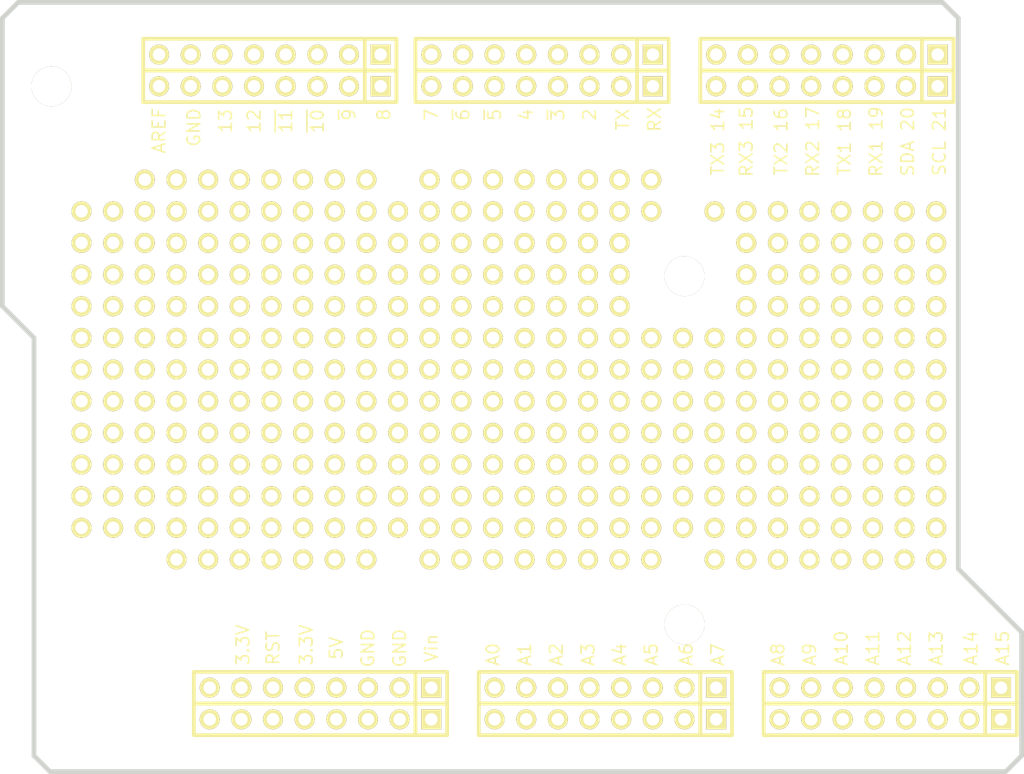
<source format=kicad_pcb>
(kicad_pcb (version 3) (host pcbnew "(2013-jul-07)-stable")
  (layers (15 Front signal) (0 Back signal) (18 B.Paste user) (19 F.Paste user) (20 B.SilkS user) (21 F.SilkS user) (22 B.Mask user) (23 F.Mask user) (28 Edge.Cuts user))
  (net 0 "")
  (net 1 /PB0)
  (net 2 /PB1)
  (net 3 /PB2)
  (net 4 /PB3)
  (net 5 /PB4)
  (net 6 /PB5)
  (net 7 /PD4)
  (net 8 /PD5)
  (net 9 /PD6)
  (module 1_pin (layer Front) (at 116.84 106.68)
    (fp_text reference arduino hide)
    (fp_text value P*** hide)
    (pad "" thru_hole circle (at 0 0) (size 1.6 1.6) (drill 1) (layers *.Cu *.Mask F.SilkS))
  )
  (module 1_pin (layer Front) (at 112.141 106.045)
    (fp_text reference arduino hide)
    (fp_text value P*** hide)
  )
  (module 1_pin (layer Front) (at 71.12 106.68)
    (fp_text reference arduino hide)
    (fp_text value P*** hide)
    (pad "" thru_hole circle (at 0 0) (size 1.6 1.6) (drill 1) (layers *.Cu *.Mask F.SilkS))
  )
  (module 1_pin (layer Front) (at 73.66 106.68)
    (fp_text reference arduino hide)
    (fp_text value P*** hide)
    (pad "" thru_hole circle (at 0 0) (size 1.6 1.6) (drill 1) (layers *.Cu *.Mask F.SilkS))
  )
  (module 1_pin (layer Front) (at 71.501 107.315)
    (fp_text reference arduino hide)
    (fp_text value P*** hide)
  )
  (module 1_pin (layer Front) (at 76.2 106.68)
    (fp_text reference arduino hide)
    (fp_text value P*** hide)
    (pad "" thru_hole circle (at 0 0) (size 1.6 1.6) (drill 1) (layers *.Cu *.Mask F.SilkS))
  )
  (module 1_pin (layer Front) (at 78.74 106.68)
    (fp_text reference arduino hide)
    (fp_text value P*** hide)
    (pad "" thru_hole circle (at 0 0) (size 1.6 1.6) (drill 1) (layers *.Cu *.Mask F.SilkS))
  )
  (module 1_pin (layer Front) (at 79.121 107.315)
    (fp_text reference arduino hide)
    (fp_text value P*** hide)
  )
  (module 1_pin (layer Front) (at 104.14 106.68)
    (fp_text reference arduino hide)
    (fp_text value P*** hide)
    (pad "" thru_hole circle (at 0 0) (size 1.6 1.6) (drill 1) (layers *.Cu *.Mask F.SilkS))
  )
  (module 1_pin (layer Front) (at 106.68 106.68)
    (fp_text reference arduino hide)
    (fp_text value P*** hide)
    (pad "" thru_hole circle (at 0 0) (size 1.6 1.6) (drill 1) (layers *.Cu *.Mask F.SilkS))
  )
  (module 1_pin (layer Front) (at 104.521 107.315)
    (fp_text reference arduino hide)
    (fp_text value P*** hide)
  )
  (module 1_pin (layer Front) (at 109.22 106.68)
    (fp_text reference arduino hide)
    (fp_text value P*** hide)
    (pad "" thru_hole circle (at 0 0) (size 1.6 1.6) (drill 1) (layers *.Cu *.Mask F.SilkS))
  )
  (module 1_pin (layer Front) (at 101.6 106.68)
    (fp_text reference arduino hide)
    (fp_text value P*** hide)
    (pad "" thru_hole circle (at 0 0) (size 1.6 1.6) (drill 1) (layers *.Cu *.Mask F.SilkS))
  )
  (module 1_pin (layer Front) (at 96.901 107.315)
    (fp_text reference arduino hide)
    (fp_text value P*** hide)
  )
  (module 1_pin (layer Front) (at 99.06 106.68)
    (fp_text reference arduino hide)
    (fp_text value P*** hide)
    (pad "" thru_hole circle (at 0 0) (size 1.6 1.6) (drill 1) (layers *.Cu *.Mask F.SilkS))
  )
  (module 1_pin (layer Front) (at 96.52 106.68)
    (fp_text reference arduino hide)
    (fp_text value P*** hide)
    (pad "" thru_hole circle (at 0 0) (size 1.6 1.6) (drill 1) (layers *.Cu *.Mask F.SilkS))
  )
  (module 1_pin (layer Front) (at 81.28 106.68)
    (fp_text reference arduino hide)
    (fp_text value P*** hide)
    (pad "" thru_hole circle (at 0 0) (size 1.6 1.6) (drill 1) (layers *.Cu *.Mask F.SilkS))
  )
  (module 1_pin (layer Front) (at 83.82 106.68)
    (fp_text reference arduino hide)
    (fp_text value P*** hide)
    (pad "" thru_hole circle (at 0 0) (size 1.6 1.6) (drill 1) (layers *.Cu *.Mask F.SilkS))
  )
  (module 1_pin (layer Front) (at 81.661 107.315)
    (fp_text reference arduino hide)
    (fp_text value P*** hide)
  )
  (module 1_pin (layer Front) (at 86.36 106.68)
    (fp_text reference arduino hide)
    (fp_text value P*** hide)
    (pad "" thru_hole circle (at 0 0) (size 1.6 1.6) (drill 1) (layers *.Cu *.Mask F.SilkS))
  )
  (module 1_pin (layer Front) (at 93.98 106.68)
    (fp_text reference arduino hide)
    (fp_text value P*** hide)
    (pad "" thru_hole circle (at 0 0) (size 1.6 1.6) (drill 1) (layers *.Cu *.Mask F.SilkS))
  )
  (module 1_pin (layer Front) (at 89.281 107.315)
    (fp_text reference arduino hide)
    (fp_text value P*** hide)
  )
  (module 1_pin (layer Front) (at 91.44 106.68)
    (fp_text reference arduino hide)
    (fp_text value P*** hide)
    (pad "" thru_hole circle (at 0 0) (size 1.6 1.6) (drill 1) (layers *.Cu *.Mask F.SilkS))
  )
  (module 1_pin (layer Front) (at 88.9 106.68)
    (fp_text reference arduino hide)
    (fp_text value P*** hide)
    (pad "" thru_hole circle (at 0 0) (size 1.6 1.6) (drill 1) (layers *.Cu *.Mask F.SilkS))
  )
  (module 1_pin (layer Front) (at 112.141 107.315)
    (fp_text reference arduino hide)
    (fp_text value P*** hide)
  )
  (module 1_pin (layer Front) (at 114.3 106.68)
    (fp_text reference arduino hide)
    (fp_text value P*** hide)
    (pad "" thru_hole circle (at 0 0) (size 1.6 1.6) (drill 1) (layers *.Cu *.Mask F.SilkS))
  )
  (module 1_pin (layer Front) (at 111.76 106.68)
    (fp_text reference arduino hide)
    (fp_text value P*** hide)
    (pad "" thru_hole circle (at 0 0) (size 1.6 1.6) (drill 1) (layers *.Cu *.Mask F.SilkS))
  )
  (module 1_pin (layer Front) (at 112.141 106.045)
    (fp_text reference arduino hide)
    (fp_text value P*** hide)
  )
  (module 1_pin (layer Front) (at 134.62 109.22)
    (fp_text reference arduino hide)
    (fp_text value P*** hide)
    (pad "" thru_hole circle (at 0 0) (size 1.6 1.6) (drill 1) (layers *.Cu *.Mask F.SilkS))
  )
  (module 1_pin (layer Front) (at 137.16 109.22)
    (fp_text reference arduino hide)
    (fp_text value P*** hide)
    (pad "" thru_hole circle (at 0 0) (size 1.6 1.6) (drill 1) (layers *.Cu *.Mask F.SilkS))
  )
  (module 1_pin (layer Front) (at 135.001 109.855)
    (fp_text reference arduino hide)
    (fp_text value P*** hide)
  )
  (module 1_pin (layer Front) (at 139.7 109.22)
    (fp_text reference arduino hide)
    (fp_text value P*** hide)
    (pad "" thru_hole circle (at 0 0) (size 1.6 1.6) (drill 1) (layers *.Cu *.Mask F.SilkS))
  )
  (module 1_pin (layer Front) (at 132.08 109.22)
    (fp_text reference arduino hide)
    (fp_text value P*** hide)
    (pad "" thru_hole circle (at 0 0) (size 1.6 1.6) (drill 1) (layers *.Cu *.Mask F.SilkS))
  )
  (module 1_pin (layer Front) (at 127.381 109.855)
    (fp_text reference arduino hide)
    (fp_text value P*** hide)
  )
  (module 1_pin (layer Front) (at 129.54 109.22)
    (fp_text reference arduino hide)
    (fp_text value P*** hide)
    (pad "" thru_hole circle (at 0 0) (size 1.6 1.6) (drill 1) (layers *.Cu *.Mask F.SilkS))
  )
  (module 1_pin (layer Front) (at 127 109.22)
    (fp_text reference arduino hide)
    (fp_text value P*** hide)
    (pad "" thru_hole circle (at 0 0) (size 1.6 1.6) (drill 1) (layers *.Cu *.Mask F.SilkS))
  )
  (module 1_pin (layer Front) (at 124.46 109.22)
    (fp_text reference arduino hide)
    (fp_text value P*** hide)
    (pad "" thru_hole circle (at 0 0) (size 1.6 1.6) (drill 1) (layers *.Cu *.Mask F.SilkS))
  )
  (module 1_pin (layer Front) (at 134.62 114.3)
    (fp_text reference arduino hide)
    (fp_text value P*** hide)
    (pad "" thru_hole circle (at 0 0) (size 1.6 1.6) (drill 1) (layers *.Cu *.Mask F.SilkS))
  )
  (module 1_pin (layer Front) (at 137.16 114.3)
    (fp_text reference arduino hide)
    (fp_text value P*** hide)
    (pad "" thru_hole circle (at 0 0) (size 1.6 1.6) (drill 1) (layers *.Cu *.Mask F.SilkS))
  )
  (module 1_pin (layer Front) (at 135.001 114.935)
    (fp_text reference arduino hide)
    (fp_text value P*** hide)
  )
  (module 1_pin (layer Front) (at 139.7 114.3)
    (fp_text reference arduino hide)
    (fp_text value P*** hide)
    (pad "" thru_hole circle (at 0 0) (size 1.6 1.6) (drill 1) (layers *.Cu *.Mask F.SilkS))
  )
  (module 1_pin (layer Front) (at 132.08 114.3)
    (fp_text reference arduino hide)
    (fp_text value P*** hide)
    (pad "" thru_hole circle (at 0 0) (size 1.6 1.6) (drill 1) (layers *.Cu *.Mask F.SilkS))
  )
  (module 1_pin (layer Front) (at 127.381 114.935)
    (fp_text reference arduino hide)
    (fp_text value P*** hide)
  )
  (module 1_pin (layer Front) (at 129.54 114.3)
    (fp_text reference arduino hide)
    (fp_text value P*** hide)
    (pad "" thru_hole circle (at 0 0) (size 1.6 1.6) (drill 1) (layers *.Cu *.Mask F.SilkS))
  )
  (module 1_pin (layer Front) (at 127 114.3)
    (fp_text reference arduino hide)
    (fp_text value P*** hide)
    (pad "" thru_hole circle (at 0 0) (size 1.6 1.6) (drill 1) (layers *.Cu *.Mask F.SilkS))
  )
  (module 1_pin (layer Front) (at 124.46 114.3)
    (fp_text reference arduino hide)
    (fp_text value P*** hide)
    (pad "" thru_hole circle (at 0 0) (size 1.6 1.6) (drill 1) (layers *.Cu *.Mask F.SilkS))
  )
  (module 1_pin (layer Front) (at 124.46 111.76)
    (fp_text reference arduino hide)
    (fp_text value P*** hide)
    (pad "" thru_hole circle (at 0 0) (size 1.6 1.6) (drill 1) (layers *.Cu *.Mask F.SilkS))
  )
  (module 1_pin (layer Front) (at 127 111.76)
    (fp_text reference arduino hide)
    (fp_text value P*** hide)
    (pad "" thru_hole circle (at 0 0) (size 1.6 1.6) (drill 1) (layers *.Cu *.Mask F.SilkS))
  )
  (module 1_pin (layer Front) (at 129.54 111.76)
    (fp_text reference arduino hide)
    (fp_text value P*** hide)
    (pad "" thru_hole circle (at 0 0) (size 1.6 1.6) (drill 1) (layers *.Cu *.Mask F.SilkS))
  )
  (module 1_pin (layer Front) (at 127.381 112.395)
    (fp_text reference arduino hide)
    (fp_text value P*** hide)
  )
  (module 1_pin (layer Front) (at 132.08 111.76)
    (fp_text reference arduino hide)
    (fp_text value P*** hide)
    (pad "" thru_hole circle (at 0 0) (size 1.6 1.6) (drill 1) (layers *.Cu *.Mask F.SilkS))
  )
  (module 1_pin (layer Front) (at 139.7 111.76)
    (fp_text reference arduino hide)
    (fp_text value P*** hide)
    (pad "" thru_hole circle (at 0 0) (size 1.6 1.6) (drill 1) (layers *.Cu *.Mask F.SilkS))
  )
  (module 1_pin (layer Front) (at 135.001 112.395)
    (fp_text reference arduino hide)
    (fp_text value P*** hide)
  )
  (module 1_pin (layer Front) (at 137.16 111.76)
    (fp_text reference arduino hide)
    (fp_text value P*** hide)
    (pad "" thru_hole circle (at 0 0) (size 1.6 1.6) (drill 1) (layers *.Cu *.Mask F.SilkS))
  )
  (module 1_pin (layer Front) (at 134.62 111.76)
    (fp_text reference arduino hide)
    (fp_text value P*** hide)
    (pad "" thru_hole circle (at 0 0) (size 1.6 1.6) (drill 1) (layers *.Cu *.Mask F.SilkS))
  )
  (module 1_pin (layer Front) (at 112.141 106.045)
    (fp_text reference arduino hide)
    (fp_text value P*** hide)
  )
  (module 1_pin (layer Front) (at 71.12 111.76)
    (fp_text reference arduino hide)
    (fp_text value P*** hide)
    (pad "" thru_hole circle (at 0 0) (size 1.6 1.6) (drill 1) (layers *.Cu *.Mask F.SilkS))
  )
  (module 1_pin (layer Front) (at 73.66 111.76)
    (fp_text reference arduino hide)
    (fp_text value P*** hide)
    (pad "" thru_hole circle (at 0 0) (size 1.6 1.6) (drill 1) (layers *.Cu *.Mask F.SilkS))
  )
  (module 1_pin (layer Front) (at 71.501 112.395)
    (fp_text reference arduino hide)
    (fp_text value P*** hide)
  )
  (module 1_pin (layer Front) (at 76.2 111.76)
    (fp_text reference arduino hide)
    (fp_text value P*** hide)
    (pad "" thru_hole circle (at 0 0) (size 1.6 1.6) (drill 1) (layers *.Cu *.Mask F.SilkS))
  )
  (module 1_pin (layer Front) (at 78.74 111.76)
    (fp_text reference arduino hide)
    (fp_text value P*** hide)
    (pad "" thru_hole circle (at 0 0) (size 1.6 1.6) (drill 1) (layers *.Cu *.Mask F.SilkS))
  )
  (module 1_pin (layer Front) (at 79.121 112.395)
    (fp_text reference arduino hide)
    (fp_text value P*** hide)
  )
  (module 1_pin (layer Front) (at 104.14 111.76)
    (fp_text reference arduino hide)
    (fp_text value P*** hide)
    (pad "" thru_hole circle (at 0 0) (size 1.6 1.6) (drill 1) (layers *.Cu *.Mask F.SilkS))
  )
  (module 1_pin (layer Front) (at 106.68 111.76)
    (fp_text reference arduino hide)
    (fp_text value P*** hide)
    (pad "" thru_hole circle (at 0 0) (size 1.6 1.6) (drill 1) (layers *.Cu *.Mask F.SilkS))
  )
  (module 1_pin (layer Front) (at 104.521 112.395)
    (fp_text reference arduino hide)
    (fp_text value P*** hide)
  )
  (module 1_pin (layer Front) (at 109.22 111.76)
    (fp_text reference arduino hide)
    (fp_text value P*** hide)
    (pad "" thru_hole circle (at 0 0) (size 1.6 1.6) (drill 1) (layers *.Cu *.Mask F.SilkS))
  )
  (module 1_pin (layer Front) (at 101.6 111.76)
    (fp_text reference arduino hide)
    (fp_text value P*** hide)
    (pad "" thru_hole circle (at 0 0) (size 1.6 1.6) (drill 1) (layers *.Cu *.Mask F.SilkS))
  )
  (module 1_pin (layer Front) (at 96.901 112.395)
    (fp_text reference arduino hide)
    (fp_text value P*** hide)
  )
  (module 1_pin (layer Front) (at 99.06 111.76)
    (fp_text reference arduino hide)
    (fp_text value P*** hide)
    (pad "" thru_hole circle (at 0 0) (size 1.6 1.6) (drill 1) (layers *.Cu *.Mask F.SilkS))
  )
  (module 1_pin (layer Front) (at 96.52 111.76)
    (fp_text reference arduino hide)
    (fp_text value P*** hide)
    (pad "" thru_hole circle (at 0 0) (size 1.6 1.6) (drill 1) (layers *.Cu *.Mask F.SilkS))
  )
  (module 1_pin (layer Front) (at 81.28 111.76)
    (fp_text reference arduino hide)
    (fp_text value P*** hide)
    (pad "" thru_hole circle (at 0 0) (size 1.6 1.6) (drill 1) (layers *.Cu *.Mask F.SilkS))
  )
  (module 1_pin (layer Front) (at 83.82 111.76)
    (fp_text reference arduino hide)
    (fp_text value P*** hide)
    (pad "" thru_hole circle (at 0 0) (size 1.6 1.6) (drill 1) (layers *.Cu *.Mask F.SilkS))
  )
  (module 1_pin (layer Front) (at 81.661 112.395)
    (fp_text reference arduino hide)
    (fp_text value P*** hide)
  )
  (module 1_pin (layer Front) (at 86.36 111.76)
    (fp_text reference arduino hide)
    (fp_text value P*** hide)
    (pad "" thru_hole circle (at 0 0) (size 1.6 1.6) (drill 1) (layers *.Cu *.Mask F.SilkS))
  )
  (module 1_pin (layer Front) (at 93.98 111.76)
    (fp_text reference arduino hide)
    (fp_text value P*** hide)
    (pad "" thru_hole circle (at 0 0) (size 1.6 1.6) (drill 1) (layers *.Cu *.Mask F.SilkS))
  )
  (module 1_pin (layer Front) (at 89.281 112.395)
    (fp_text reference arduino hide)
    (fp_text value P*** hide)
  )
  (module 1_pin (layer Front) (at 91.44 111.76)
    (fp_text reference arduino hide)
    (fp_text value P*** hide)
    (pad "" thru_hole circle (at 0 0) (size 1.6 1.6) (drill 1) (layers *.Cu *.Mask F.SilkS))
  )
  (module 1_pin (layer Front) (at 88.9 111.76)
    (fp_text reference arduino hide)
    (fp_text value P*** hide)
    (pad "" thru_hole circle (at 0 0) (size 1.6 1.6) (drill 1) (layers *.Cu *.Mask F.SilkS))
  )
  (module 1_pin (layer Front) (at 112.141 112.395)
    (fp_text reference arduino hide)
    (fp_text value P*** hide)
  )
  (module 1_pin (layer Front) (at 114.3 111.76)
    (fp_text reference arduino hide)
    (fp_text value P*** hide)
    (pad "" thru_hole circle (at 0 0) (size 1.6 1.6) (drill 1) (layers *.Cu *.Mask F.SilkS))
  )
  (module 1_pin (layer Front) (at 111.76 111.76)
    (fp_text reference arduino hide)
    (fp_text value P*** hide)
    (pad "" thru_hole circle (at 0 0) (size 1.6 1.6) (drill 1) (layers *.Cu *.Mask F.SilkS))
  )
  (module 1_pin (layer Front) (at 112.141 111.125)
    (fp_text reference arduino hide)
    (fp_text value P*** hide)
  )
  (module 1_pin (layer Front) (at 112.141 108.585)
    (fp_text reference arduino hide)
    (fp_text value P*** hide)
  )
  (module 1_pin (layer Front) (at 111.76 109.22)
    (fp_text reference arduino hide)
    (fp_text value P*** hide)
    (pad "" thru_hole circle (at 0 0) (size 1.6 1.6) (drill 1) (layers *.Cu *.Mask F.SilkS))
  )
  (module 1_pin (layer Front) (at 114.3 109.22)
    (fp_text reference arduino hide)
    (fp_text value P*** hide)
    (pad "" thru_hole circle (at 0 0) (size 1.6 1.6) (drill 1) (layers *.Cu *.Mask F.SilkS))
  )
  (module 1_pin (layer Front) (at 112.141 109.855)
    (fp_text reference arduino hide)
    (fp_text value P*** hide)
  )
  (module 1_pin (layer Front) (at 88.9 109.22)
    (fp_text reference arduino hide)
    (fp_text value P*** hide)
    (pad "" thru_hole circle (at 0 0) (size 1.6 1.6) (drill 1) (layers *.Cu *.Mask F.SilkS))
  )
  (module 1_pin (layer Front) (at 91.44 109.22)
    (fp_text reference arduino hide)
    (fp_text value P*** hide)
    (pad "" thru_hole circle (at 0 0) (size 1.6 1.6) (drill 1) (layers *.Cu *.Mask F.SilkS))
  )
  (module 1_pin (layer Front) (at 89.281 109.855)
    (fp_text reference arduino hide)
    (fp_text value P*** hide)
  )
  (module 1_pin (layer Front) (at 93.98 109.22)
    (fp_text reference arduino hide)
    (fp_text value P*** hide)
    (pad "" thru_hole circle (at 0 0) (size 1.6 1.6) (drill 1) (layers *.Cu *.Mask F.SilkS))
  )
  (module 1_pin (layer Front) (at 86.36 109.22)
    (fp_text reference arduino hide)
    (fp_text value P*** hide)
    (pad "" thru_hole circle (at 0 0) (size 1.6 1.6) (drill 1) (layers *.Cu *.Mask F.SilkS))
  )
  (module 1_pin (layer Front) (at 81.661 109.855)
    (fp_text reference arduino hide)
    (fp_text value P*** hide)
  )
  (module 1_pin (layer Front) (at 83.82 109.22)
    (fp_text reference arduino hide)
    (fp_text value P*** hide)
    (pad "" thru_hole circle (at 0 0) (size 1.6 1.6) (drill 1) (layers *.Cu *.Mask F.SilkS))
  )
  (module 1_pin (layer Front) (at 81.28 109.22)
    (fp_text reference arduino hide)
    (fp_text value P*** hide)
    (pad "" thru_hole circle (at 0 0) (size 1.6 1.6) (drill 1) (layers *.Cu *.Mask F.SilkS))
  )
  (module 1_pin (layer Front) (at 96.52 109.22)
    (fp_text reference arduino hide)
    (fp_text value P*** hide)
    (pad "" thru_hole circle (at 0 0) (size 1.6 1.6) (drill 1) (layers *.Cu *.Mask F.SilkS))
  )
  (module 1_pin (layer Front) (at 99.06 109.22)
    (fp_text reference arduino hide)
    (fp_text value P*** hide)
    (pad "" thru_hole circle (at 0 0) (size 1.6 1.6) (drill 1) (layers *.Cu *.Mask F.SilkS))
  )
  (module 1_pin (layer Front) (at 96.901 109.855)
    (fp_text reference arduino hide)
    (fp_text value P*** hide)
  )
  (module 1_pin (layer Front) (at 101.6 109.22)
    (fp_text reference arduino hide)
    (fp_text value P*** hide)
    (pad "" thru_hole circle (at 0 0) (size 1.6 1.6) (drill 1) (layers *.Cu *.Mask F.SilkS))
  )
  (module 1_pin (layer Front) (at 109.22 109.22)
    (fp_text reference arduino hide)
    (fp_text value P*** hide)
    (pad "" thru_hole circle (at 0 0) (size 1.6 1.6) (drill 1) (layers *.Cu *.Mask F.SilkS))
  )
  (module 1_pin (layer Front) (at 104.521 109.855)
    (fp_text reference arduino hide)
    (fp_text value P*** hide)
  )
  (module 1_pin (layer Front) (at 106.68 109.22)
    (fp_text reference arduino hide)
    (fp_text value P*** hide)
    (pad "" thru_hole circle (at 0 0) (size 1.6 1.6) (drill 1) (layers *.Cu *.Mask F.SilkS))
  )
  (module 1_pin (layer Front) (at 104.14 109.22)
    (fp_text reference arduino hide)
    (fp_text value P*** hide)
    (pad "" thru_hole circle (at 0 0) (size 1.6 1.6) (drill 1) (layers *.Cu *.Mask F.SilkS))
  )
  (module 1_pin (layer Front) (at 79.121 109.855)
    (fp_text reference arduino hide)
    (fp_text value P*** hide)
  )
  (module 1_pin (layer Front) (at 78.74 109.22)
    (fp_text reference arduino hide)
    (fp_text value P*** hide)
    (pad "" thru_hole circle (at 0 0) (size 1.6 1.6) (drill 1) (layers *.Cu *.Mask F.SilkS))
  )
  (module 1_pin (layer Front) (at 76.2 109.22)
    (fp_text reference arduino hide)
    (fp_text value P*** hide)
    (pad "" thru_hole circle (at 0 0) (size 1.6 1.6) (drill 1) (layers *.Cu *.Mask F.SilkS))
  )
  (module 1_pin (layer Front) (at 71.501 109.855)
    (fp_text reference arduino hide)
    (fp_text value P*** hide)
  )
  (module 1_pin (layer Front) (at 73.66 109.22)
    (fp_text reference arduino hide)
    (fp_text value P*** hide)
    (pad "" thru_hole circle (at 0 0) (size 1.6 1.6) (drill 1) (layers *.Cu *.Mask F.SilkS))
  )
  (module 1_pin (layer Front) (at 71.12 109.22)
    (fp_text reference arduino hide)
    (fp_text value P*** hide)
    (pad "" thru_hole circle (at 0 0) (size 1.6 1.6) (drill 1) (layers *.Cu *.Mask F.SilkS))
  )
  (module 1_pin (layer Front) (at 112.141 108.585)
    (fp_text reference arduino hide)
    (fp_text value P*** hide)
  )
  (module 1_pin (layer Front) (at 71.12 114.3)
    (fp_text reference arduino hide)
    (fp_text value P*** hide)
    (pad "" thru_hole circle (at 0 0) (size 1.6 1.6) (drill 1) (layers *.Cu *.Mask F.SilkS))
  )
  (module 1_pin (layer Front) (at 73.66 114.3)
    (fp_text reference arduino hide)
    (fp_text value P*** hide)
    (pad "" thru_hole circle (at 0 0) (size 1.6 1.6) (drill 1) (layers *.Cu *.Mask F.SilkS))
  )
  (module 1_pin (layer Front) (at 71.501 114.935)
    (fp_text reference arduino hide)
    (fp_text value P*** hide)
  )
  (module 1_pin (layer Front) (at 76.2 114.3)
    (fp_text reference arduino hide)
    (fp_text value P*** hide)
    (pad "" thru_hole circle (at 0 0) (size 1.6 1.6) (drill 1) (layers *.Cu *.Mask F.SilkS))
  )
  (module 1_pin (layer Front) (at 78.74 114.3)
    (fp_text reference arduino hide)
    (fp_text value P*** hide)
    (pad "" thru_hole circle (at 0 0) (size 1.6 1.6) (drill 1) (layers *.Cu *.Mask F.SilkS))
  )
  (module 1_pin (layer Front) (at 79.121 114.935)
    (fp_text reference arduino hide)
    (fp_text value P*** hide)
  )
  (module 1_pin (layer Front) (at 104.14 114.3)
    (fp_text reference arduino hide)
    (fp_text value P*** hide)
    (pad "" thru_hole circle (at 0 0) (size 1.6 1.6) (drill 1) (layers *.Cu *.Mask F.SilkS))
  )
  (module 1_pin (layer Front) (at 106.68 114.3)
    (fp_text reference arduino hide)
    (fp_text value P*** hide)
    (pad "" thru_hole circle (at 0 0) (size 1.6 1.6) (drill 1) (layers *.Cu *.Mask F.SilkS))
  )
  (module 1_pin (layer Front) (at 104.521 114.935)
    (fp_text reference arduino hide)
    (fp_text value P*** hide)
  )
  (module 1_pin (layer Front) (at 109.22 114.3)
    (fp_text reference arduino hide)
    (fp_text value P*** hide)
    (pad "" thru_hole circle (at 0 0) (size 1.6 1.6) (drill 1) (layers *.Cu *.Mask F.SilkS))
  )
  (module 1_pin (layer Front) (at 101.6 114.3)
    (fp_text reference arduino hide)
    (fp_text value P*** hide)
    (pad "" thru_hole circle (at 0 0) (size 1.6 1.6) (drill 1) (layers *.Cu *.Mask F.SilkS))
  )
  (module 1_pin (layer Front) (at 96.901 114.935)
    (fp_text reference arduino hide)
    (fp_text value P*** hide)
  )
  (module 1_pin (layer Front) (at 99.06 114.3)
    (fp_text reference arduino hide)
    (fp_text value P*** hide)
    (pad "" thru_hole circle (at 0 0) (size 1.6 1.6) (drill 1) (layers *.Cu *.Mask F.SilkS))
  )
  (module 1_pin (layer Front) (at 96.52 114.3)
    (fp_text reference arduino hide)
    (fp_text value P*** hide)
    (pad "" thru_hole circle (at 0 0) (size 1.6 1.6) (drill 1) (layers *.Cu *.Mask F.SilkS))
  )
  (module 1_pin (layer Front) (at 81.28 114.3)
    (fp_text reference arduino hide)
    (fp_text value P*** hide)
    (pad "" thru_hole circle (at 0 0) (size 1.6 1.6) (drill 1) (layers *.Cu *.Mask F.SilkS))
  )
  (module 1_pin (layer Front) (at 83.82 114.3)
    (fp_text reference arduino hide)
    (fp_text value P*** hide)
    (pad "" thru_hole circle (at 0 0) (size 1.6 1.6) (drill 1) (layers *.Cu *.Mask F.SilkS))
  )
  (module 1_pin (layer Front) (at 81.661 114.935)
    (fp_text reference arduino hide)
    (fp_text value P*** hide)
  )
  (module 1_pin (layer Front) (at 86.36 114.3)
    (fp_text reference arduino hide)
    (fp_text value P*** hide)
    (pad "" thru_hole circle (at 0 0) (size 1.6 1.6) (drill 1) (layers *.Cu *.Mask F.SilkS))
  )
  (module 1_pin (layer Front) (at 93.98 114.3)
    (fp_text reference arduino hide)
    (fp_text value P*** hide)
    (pad "" thru_hole circle (at 0 0) (size 1.6 1.6) (drill 1) (layers *.Cu *.Mask F.SilkS))
  )
  (module 1_pin (layer Front) (at 89.281 114.935)
    (fp_text reference arduino hide)
    (fp_text value P*** hide)
  )
  (module 1_pin (layer Front) (at 91.44 114.3)
    (fp_text reference arduino hide)
    (fp_text value P*** hide)
    (pad "" thru_hole circle (at 0 0) (size 1.6 1.6) (drill 1) (layers *.Cu *.Mask F.SilkS))
  )
  (module 1_pin (layer Front) (at 88.9 114.3)
    (fp_text reference arduino hide)
    (fp_text value P*** hide)
    (pad "" thru_hole circle (at 0 0) (size 1.6 1.6) (drill 1) (layers *.Cu *.Mask F.SilkS))
  )
  (module 1_pin (layer Front) (at 112.141 114.935)
    (fp_text reference arduino hide)
    (fp_text value P*** hide)
  )
  (module 1_pin (layer Front) (at 114.3 114.3)
    (fp_text reference arduino hide)
    (fp_text value P*** hide)
    (pad "" thru_hole circle (at 0 0) (size 1.6 1.6) (drill 1) (layers *.Cu *.Mask F.SilkS))
  )
  (module 1_pin (layer Front) (at 111.76 114.3)
    (fp_text reference arduino hide)
    (fp_text value P*** hide)
    (pad "" thru_hole circle (at 0 0) (size 1.6 1.6) (drill 1) (layers *.Cu *.Mask F.SilkS))
  )
  (module 1_pin (layer Front) (at 112.141 113.665)
    (fp_text reference arduino hide)
    (fp_text value P*** hide)
  )
  (module 1_pin (layer Front) (at 112.141 116.205)
    (fp_text reference arduino hide)
    (fp_text value P*** hide)
  )
  (module 1_pin (layer Front) (at 134.62 124.46)
    (fp_text reference arduino hide)
    (fp_text value P*** hide)
    (pad "" thru_hole circle (at 0 0) (size 1.6 1.6) (drill 1) (layers *.Cu *.Mask F.SilkS))
  )
  (module 1_pin (layer Front) (at 137.16 124.46)
    (fp_text reference arduino hide)
    (fp_text value P*** hide)
    (pad "" thru_hole circle (at 0 0) (size 1.6 1.6) (drill 1) (layers *.Cu *.Mask F.SilkS))
  )
  (module 1_pin (layer Front) (at 135.001 125.095)
    (fp_text reference arduino hide)
    (fp_text value P*** hide)
  )
  (module 1_pin (layer Front) (at 139.7 124.46)
    (fp_text reference arduino hide)
    (fp_text value P*** hide)
    (pad "" thru_hole circle (at 0 0) (size 1.6 1.6) (drill 1) (layers *.Cu *.Mask F.SilkS))
  )
  (module 1_pin (layer Front) (at 132.08 124.46)
    (fp_text reference arduino hide)
    (fp_text value P*** hide)
    (pad "" thru_hole circle (at 0 0) (size 1.6 1.6) (drill 1) (layers *.Cu *.Mask F.SilkS))
  )
  (module 1_pin (layer Front) (at 127.381 125.095)
    (fp_text reference arduino hide)
    (fp_text value P*** hide)
  )
  (module 1_pin (layer Front) (at 129.54 124.46)
    (fp_text reference arduino hide)
    (fp_text value P*** hide)
    (pad "" thru_hole circle (at 0 0) (size 1.6 1.6) (drill 1) (layers *.Cu *.Mask F.SilkS))
  )
  (module 1_pin (layer Front) (at 127 124.46)
    (fp_text reference arduino hide)
    (fp_text value P*** hide)
    (pad "" thru_hole circle (at 0 0) (size 1.6 1.6) (drill 1) (layers *.Cu *.Mask F.SilkS))
  )
  (module 1_pin (layer Front) (at 111.76 124.46)
    (fp_text reference arduino hide)
    (fp_text value P*** hide)
    (pad "" thru_hole circle (at 0 0) (size 1.6 1.6) (drill 1) (layers *.Cu *.Mask F.SilkS))
  )
  (module 1_pin (layer Front) (at 114.3 124.46)
    (fp_text reference arduino hide)
    (fp_text value P*** hide)
    (pad "" thru_hole circle (at 0 0) (size 1.6 1.6) (drill 1) (layers *.Cu *.Mask F.SilkS))
  )
  (module 1_pin (layer Front) (at 112.141 125.095)
    (fp_text reference arduino hide)
    (fp_text value P*** hide)
  )
  (module 1_pin (layer Front) (at 116.84 124.46)
    (fp_text reference arduino hide)
    (fp_text value P*** hide)
    (pad "" thru_hole circle (at 0 0) (size 1.6 1.6) (drill 1) (layers *.Cu *.Mask F.SilkS))
  )
  (module 1_pin (layer Front) (at 124.46 124.46)
    (fp_text reference arduino hide)
    (fp_text value P*** hide)
    (pad "" thru_hole circle (at 0 0) (size 1.6 1.6) (drill 1) (layers *.Cu *.Mask F.SilkS))
  )
  (module 1_pin (layer Front) (at 119.761 125.095)
    (fp_text reference arduino hide)
    (fp_text value P*** hide)
  )
  (module 1_pin (layer Front) (at 121.92 124.46)
    (fp_text reference arduino hide)
    (fp_text value P*** hide)
    (pad "" thru_hole circle (at 0 0) (size 1.6 1.6) (drill 1) (layers *.Cu *.Mask F.SilkS))
  )
  (module 1_pin (layer Front) (at 119.38 124.46)
    (fp_text reference arduino hide)
    (fp_text value P*** hide)
    (pad "" thru_hole circle (at 0 0) (size 1.6 1.6) (drill 1) (layers *.Cu *.Mask F.SilkS))
  )
  (module 1_pin (layer Front) (at 88.9 124.46)
    (fp_text reference arduino hide)
    (fp_text value P*** hide)
    (pad "" thru_hole circle (at 0 0) (size 1.6 1.6) (drill 1) (layers *.Cu *.Mask F.SilkS))
  )
  (module 1_pin (layer Front) (at 91.44 124.46)
    (fp_text reference arduino hide)
    (fp_text value P*** hide)
    (pad "" thru_hole circle (at 0 0) (size 1.6 1.6) (drill 1) (layers *.Cu *.Mask F.SilkS))
  )
  (module 1_pin (layer Front) (at 89.281 125.095)
    (fp_text reference arduino hide)
    (fp_text value P*** hide)
  )
  (module 1_pin (layer Front) (at 93.98 124.46)
    (fp_text reference arduino hide)
    (fp_text value P*** hide)
    (pad "" thru_hole circle (at 0 0) (size 1.6 1.6) (drill 1) (layers *.Cu *.Mask F.SilkS))
  )
  (module 1_pin (layer Front) (at 86.36 124.46)
    (fp_text reference arduino hide)
    (fp_text value P*** hide)
    (pad "" thru_hole circle (at 0 0) (size 1.6 1.6) (drill 1) (layers *.Cu *.Mask F.SilkS))
  )
  (module 1_pin (layer Front) (at 81.661 125.095)
    (fp_text reference arduino hide)
    (fp_text value P*** hide)
  )
  (module 1_pin (layer Front) (at 83.82 124.46)
    (fp_text reference arduino hide)
    (fp_text value P*** hide)
    (pad "" thru_hole circle (at 0 0) (size 1.6 1.6) (drill 1) (layers *.Cu *.Mask F.SilkS))
  )
  (module 1_pin (layer Front) (at 81.28 124.46)
    (fp_text reference arduino hide)
    (fp_text value P*** hide)
    (pad "" thru_hole circle (at 0 0) (size 1.6 1.6) (drill 1) (layers *.Cu *.Mask F.SilkS))
  )
  (module 1_pin (layer Front) (at 96.52 124.46)
    (fp_text reference arduino hide)
    (fp_text value P*** hide)
    (pad "" thru_hole circle (at 0 0) (size 1.6 1.6) (drill 1) (layers *.Cu *.Mask F.SilkS))
  )
  (module 1_pin (layer Front) (at 99.06 124.46)
    (fp_text reference arduino hide)
    (fp_text value P*** hide)
    (pad "" thru_hole circle (at 0 0) (size 1.6 1.6) (drill 1) (layers *.Cu *.Mask F.SilkS))
  )
  (module 1_pin (layer Front) (at 96.901 125.095)
    (fp_text reference arduino hide)
    (fp_text value P*** hide)
  )
  (module 1_pin (layer Front) (at 101.6 124.46)
    (fp_text reference arduino hide)
    (fp_text value P*** hide)
    (pad "" thru_hole circle (at 0 0) (size 1.6 1.6) (drill 1) (layers *.Cu *.Mask F.SilkS))
  )
  (module 1_pin (layer Front) (at 109.22 124.46)
    (fp_text reference arduino hide)
    (fp_text value P*** hide)
    (pad "" thru_hole circle (at 0 0) (size 1.6 1.6) (drill 1) (layers *.Cu *.Mask F.SilkS))
  )
  (module 1_pin (layer Front) (at 104.521 125.095)
    (fp_text reference arduino hide)
    (fp_text value P*** hide)
  )
  (module 1_pin (layer Front) (at 106.68 124.46)
    (fp_text reference arduino hide)
    (fp_text value P*** hide)
    (pad "" thru_hole circle (at 0 0) (size 1.6 1.6) (drill 1) (layers *.Cu *.Mask F.SilkS))
  )
  (module 1_pin (layer Front) (at 104.14 124.46)
    (fp_text reference arduino hide)
    (fp_text value P*** hide)
    (pad "" thru_hole circle (at 0 0) (size 1.6 1.6) (drill 1) (layers *.Cu *.Mask F.SilkS))
  )
  (module 1_pin (layer Front) (at 79.121 125.095)
    (fp_text reference arduino hide)
    (fp_text value P*** hide)
  )
  (module 1_pin (layer Front) (at 78.74 124.46)
    (fp_text reference arduino hide)
    (fp_text value P*** hide)
    (pad "" thru_hole circle (at 0 0) (size 1.6 1.6) (drill 1) (layers *.Cu *.Mask F.SilkS))
  )
  (module 1_pin (layer Front) (at 76.2 124.46)
    (fp_text reference arduino hide)
    (fp_text value P*** hide)
    (pad "" thru_hole circle (at 0 0) (size 1.6 1.6) (drill 1) (layers *.Cu *.Mask F.SilkS))
  )
  (module 1_pin (layer Front) (at 71.501 125.095)
    (fp_text reference arduino hide)
    (fp_text value P*** hide)
  )
  (module 1_pin (layer Front) (at 73.66 124.46)
    (fp_text reference arduino hide)
    (fp_text value P*** hide)
    (pad "" thru_hole circle (at 0 0) (size 1.6 1.6) (drill 1) (layers *.Cu *.Mask F.SilkS))
  )
  (module 1_pin (layer Front) (at 71.12 124.46)
    (fp_text reference arduino hide)
    (fp_text value P*** hide)
    (pad "" thru_hole circle (at 0 0) (size 1.6 1.6) (drill 1) (layers *.Cu *.Mask F.SilkS))
  )
  (module 1_pin (layer Front) (at 71.12 121.92)
    (fp_text reference arduino hide)
    (fp_text value P*** hide)
    (pad "" thru_hole circle (at 0 0) (size 1.6 1.6) (drill 1) (layers *.Cu *.Mask F.SilkS))
  )
  (module 1_pin (layer Front) (at 73.66 121.92)
    (fp_text reference arduino hide)
    (fp_text value P*** hide)
    (pad "" thru_hole circle (at 0 0) (size 1.6 1.6) (drill 1) (layers *.Cu *.Mask F.SilkS))
  )
  (module 1_pin (layer Front) (at 71.501 122.555)
    (fp_text reference arduino hide)
    (fp_text value P*** hide)
  )
  (module 1_pin (layer Front) (at 76.2 121.92)
    (fp_text reference arduino hide)
    (fp_text value P*** hide)
    (pad "" thru_hole circle (at 0 0) (size 1.6 1.6) (drill 1) (layers *.Cu *.Mask F.SilkS))
  )
  (module 1_pin (layer Front) (at 78.74 121.92)
    (fp_text reference arduino hide)
    (fp_text value P*** hide)
    (pad "" thru_hole circle (at 0 0) (size 1.6 1.6) (drill 1) (layers *.Cu *.Mask F.SilkS))
  )
  (module 1_pin (layer Front) (at 79.121 122.555)
    (fp_text reference arduino hide)
    (fp_text value P*** hide)
  )
  (module 1_pin (layer Front) (at 104.14 121.92)
    (fp_text reference arduino hide)
    (fp_text value P*** hide)
    (pad "" thru_hole circle (at 0 0) (size 1.6 1.6) (drill 1) (layers *.Cu *.Mask F.SilkS))
  )
  (module 1_pin (layer Front) (at 106.68 121.92)
    (fp_text reference arduino hide)
    (fp_text value P*** hide)
    (pad "" thru_hole circle (at 0 0) (size 1.6 1.6) (drill 1) (layers *.Cu *.Mask F.SilkS))
  )
  (module 1_pin (layer Front) (at 104.521 122.555)
    (fp_text reference arduino hide)
    (fp_text value P*** hide)
  )
  (module 1_pin (layer Front) (at 109.22 121.92)
    (fp_text reference arduino hide)
    (fp_text value P*** hide)
    (pad "" thru_hole circle (at 0 0) (size 1.6 1.6) (drill 1) (layers *.Cu *.Mask F.SilkS))
  )
  (module 1_pin (layer Front) (at 101.6 121.92)
    (fp_text reference arduino hide)
    (fp_text value P*** hide)
    (pad "" thru_hole circle (at 0 0) (size 1.6 1.6) (drill 1) (layers *.Cu *.Mask F.SilkS))
  )
  (module 1_pin (layer Front) (at 96.901 122.555)
    (fp_text reference arduino hide)
    (fp_text value P*** hide)
  )
  (module 1_pin (layer Front) (at 99.06 121.92)
    (fp_text reference arduino hide)
    (fp_text value P*** hide)
    (pad "" thru_hole circle (at 0 0) (size 1.6 1.6) (drill 1) (layers *.Cu *.Mask F.SilkS))
  )
  (module 1_pin (layer Front) (at 96.52 121.92)
    (fp_text reference arduino hide)
    (fp_text value P*** hide)
    (pad "" thru_hole circle (at 0 0) (size 1.6 1.6) (drill 1) (layers *.Cu *.Mask F.SilkS))
  )
  (module 1_pin (layer Front) (at 81.28 121.92)
    (fp_text reference arduino hide)
    (fp_text value P*** hide)
    (pad "" thru_hole circle (at 0 0) (size 1.6 1.6) (drill 1) (layers *.Cu *.Mask F.SilkS))
  )
  (module 1_pin (layer Front) (at 83.82 121.92)
    (fp_text reference arduino hide)
    (fp_text value P*** hide)
    (pad "" thru_hole circle (at 0 0) (size 1.6 1.6) (drill 1) (layers *.Cu *.Mask F.SilkS))
  )
  (module 1_pin (layer Front) (at 81.661 122.555)
    (fp_text reference arduino hide)
    (fp_text value P*** hide)
  )
  (module 1_pin (layer Front) (at 86.36 121.92)
    (fp_text reference arduino hide)
    (fp_text value P*** hide)
    (pad "" thru_hole circle (at 0 0) (size 1.6 1.6) (drill 1) (layers *.Cu *.Mask F.SilkS))
  )
  (module 1_pin (layer Front) (at 93.98 121.92)
    (fp_text reference arduino hide)
    (fp_text value P*** hide)
    (pad "" thru_hole circle (at 0 0) (size 1.6 1.6) (drill 1) (layers *.Cu *.Mask F.SilkS))
  )
  (module 1_pin (layer Front) (at 89.281 122.555)
    (fp_text reference arduino hide)
    (fp_text value P*** hide)
  )
  (module 1_pin (layer Front) (at 91.44 121.92)
    (fp_text reference arduino hide)
    (fp_text value P*** hide)
    (pad "" thru_hole circle (at 0 0) (size 1.6 1.6) (drill 1) (layers *.Cu *.Mask F.SilkS))
  )
  (module 1_pin (layer Front) (at 88.9 121.92)
    (fp_text reference arduino hide)
    (fp_text value P*** hide)
    (pad "" thru_hole circle (at 0 0) (size 1.6 1.6) (drill 1) (layers *.Cu *.Mask F.SilkS))
  )
  (module 1_pin (layer Front) (at 119.38 121.92)
    (fp_text reference arduino hide)
    (fp_text value P*** hide)
    (pad "" thru_hole circle (at 0 0) (size 1.6 1.6) (drill 1) (layers *.Cu *.Mask F.SilkS))
  )
  (module 1_pin (layer Front) (at 121.92 121.92)
    (fp_text reference arduino hide)
    (fp_text value P*** hide)
    (pad "" thru_hole circle (at 0 0) (size 1.6 1.6) (drill 1) (layers *.Cu *.Mask F.SilkS))
  )
  (module 1_pin (layer Front) (at 119.761 122.555)
    (fp_text reference arduino hide)
    (fp_text value P*** hide)
  )
  (module 1_pin (layer Front) (at 124.46 121.92)
    (fp_text reference arduino hide)
    (fp_text value P*** hide)
    (pad "" thru_hole circle (at 0 0) (size 1.6 1.6) (drill 1) (layers *.Cu *.Mask F.SilkS))
  )
  (module 1_pin (layer Front) (at 116.84 121.92)
    (fp_text reference arduino hide)
    (fp_text value P*** hide)
    (pad "" thru_hole circle (at 0 0) (size 1.6 1.6) (drill 1) (layers *.Cu *.Mask F.SilkS))
  )
  (module 1_pin (layer Front) (at 112.141 122.555)
    (fp_text reference arduino hide)
    (fp_text value P*** hide)
  )
  (module 1_pin (layer Front) (at 114.3 121.92)
    (fp_text reference arduino hide)
    (fp_text value P*** hide)
    (pad "" thru_hole circle (at 0 0) (size 1.6 1.6) (drill 1) (layers *.Cu *.Mask F.SilkS))
  )
  (module 1_pin (layer Front) (at 111.76 121.92)
    (fp_text reference arduino hide)
    (fp_text value P*** hide)
    (pad "" thru_hole circle (at 0 0) (size 1.6 1.6) (drill 1) (layers *.Cu *.Mask F.SilkS))
  )
  (module 1_pin (layer Front) (at 127 121.92)
    (fp_text reference arduino hide)
    (fp_text value P*** hide)
    (pad "" thru_hole circle (at 0 0) (size 1.6 1.6) (drill 1) (layers *.Cu *.Mask F.SilkS))
  )
  (module 1_pin (layer Front) (at 129.54 121.92)
    (fp_text reference arduino hide)
    (fp_text value P*** hide)
    (pad "" thru_hole circle (at 0 0) (size 1.6 1.6) (drill 1) (layers *.Cu *.Mask F.SilkS))
  )
  (module 1_pin (layer Front) (at 127.381 122.555)
    (fp_text reference arduino hide)
    (fp_text value P*** hide)
  )
  (module 1_pin (layer Front) (at 132.08 121.92)
    (fp_text reference arduino hide)
    (fp_text value P*** hide)
    (pad "" thru_hole circle (at 0 0) (size 1.6 1.6) (drill 1) (layers *.Cu *.Mask F.SilkS))
  )
  (module 1_pin (layer Front) (at 139.7 121.92)
    (fp_text reference arduino hide)
    (fp_text value P*** hide)
    (pad "" thru_hole circle (at 0 0) (size 1.6 1.6) (drill 1) (layers *.Cu *.Mask F.SilkS))
  )
  (module 1_pin (layer Front) (at 135.001 122.555)
    (fp_text reference arduino hide)
    (fp_text value P*** hide)
  )
  (module 1_pin (layer Front) (at 137.16 121.92)
    (fp_text reference arduino hide)
    (fp_text value P*** hide)
    (pad "" thru_hole circle (at 0 0) (size 1.6 1.6) (drill 1) (layers *.Cu *.Mask F.SilkS))
  )
  (module 1_pin (layer Front) (at 134.62 121.92)
    (fp_text reference arduino hide)
    (fp_text value P*** hide)
    (pad "" thru_hole circle (at 0 0) (size 1.6 1.6) (drill 1) (layers *.Cu *.Mask F.SilkS))
  )
  (module 1_pin (layer Front) (at 134.62 116.84)
    (fp_text reference arduino hide)
    (fp_text value P*** hide)
    (pad "" thru_hole circle (at 0 0) (size 1.6 1.6) (drill 1) (layers *.Cu *.Mask F.SilkS))
  )
  (module 1_pin (layer Front) (at 137.16 116.84)
    (fp_text reference arduino hide)
    (fp_text value P*** hide)
    (pad "" thru_hole circle (at 0 0) (size 1.6 1.6) (drill 1) (layers *.Cu *.Mask F.SilkS))
  )
  (module 1_pin (layer Front) (at 135.001 117.475)
    (fp_text reference arduino hide)
    (fp_text value P*** hide)
  )
  (module 1_pin (layer Front) (at 139.7 116.84)
    (fp_text reference arduino hide)
    (fp_text value P*** hide)
    (pad "" thru_hole circle (at 0 0) (size 1.6 1.6) (drill 1) (layers *.Cu *.Mask F.SilkS))
  )
  (module 1_pin (layer Front) (at 132.08 116.84)
    (fp_text reference arduino hide)
    (fp_text value P*** hide)
    (pad "" thru_hole circle (at 0 0) (size 1.6 1.6) (drill 1) (layers *.Cu *.Mask F.SilkS))
  )
  (module 1_pin (layer Front) (at 127.381 117.475)
    (fp_text reference arduino hide)
    (fp_text value P*** hide)
  )
  (module 1_pin (layer Front) (at 129.54 116.84)
    (fp_text reference arduino hide)
    (fp_text value P*** hide)
    (pad "" thru_hole circle (at 0 0) (size 1.6 1.6) (drill 1) (layers *.Cu *.Mask F.SilkS))
  )
  (module 1_pin (layer Front) (at 127 116.84)
    (fp_text reference arduino hide)
    (fp_text value P*** hide)
    (pad "" thru_hole circle (at 0 0) (size 1.6 1.6) (drill 1) (layers *.Cu *.Mask F.SilkS))
  )
  (module 1_pin (layer Front) (at 111.76 116.84)
    (fp_text reference arduino hide)
    (fp_text value P*** hide)
    (pad "" thru_hole circle (at 0 0) (size 1.6 1.6) (drill 1) (layers *.Cu *.Mask F.SilkS))
  )
  (module 1_pin (layer Front) (at 114.3 116.84)
    (fp_text reference arduino hide)
    (fp_text value P*** hide)
    (pad "" thru_hole circle (at 0 0) (size 1.6 1.6) (drill 1) (layers *.Cu *.Mask F.SilkS))
  )
  (module 1_pin (layer Front) (at 112.141 117.475)
    (fp_text reference arduino hide)
    (fp_text value P*** hide)
  )
  (module 1_pin (layer Front) (at 116.84 116.84)
    (fp_text reference arduino hide)
    (fp_text value P*** hide)
    (pad "" thru_hole circle (at 0 0) (size 1.6 1.6) (drill 1) (layers *.Cu *.Mask F.SilkS))
  )
  (module 1_pin (layer Front) (at 124.46 116.84)
    (fp_text reference arduino hide)
    (fp_text value P*** hide)
    (pad "" thru_hole circle (at 0 0) (size 1.6 1.6) (drill 1) (layers *.Cu *.Mask F.SilkS))
  )
  (module 1_pin (layer Front) (at 119.761 117.475)
    (fp_text reference arduino hide)
    (fp_text value P*** hide)
  )
  (module 1_pin (layer Front) (at 121.92 116.84)
    (fp_text reference arduino hide)
    (fp_text value P*** hide)
    (pad "" thru_hole circle (at 0 0) (size 1.6 1.6) (drill 1) (layers *.Cu *.Mask F.SilkS))
  )
  (module 1_pin (layer Front) (at 119.38 116.84)
    (fp_text reference arduino hide)
    (fp_text value P*** hide)
    (pad "" thru_hole circle (at 0 0) (size 1.6 1.6) (drill 1) (layers *.Cu *.Mask F.SilkS))
  )
  (module 1_pin (layer Front) (at 88.9 116.84)
    (fp_text reference arduino hide)
    (fp_text value P*** hide)
    (pad "" thru_hole circle (at 0 0) (size 1.6 1.6) (drill 1) (layers *.Cu *.Mask F.SilkS))
  )
  (module 1_pin (layer Front) (at 91.44 116.84)
    (fp_text reference arduino hide)
    (fp_text value P*** hide)
    (pad "" thru_hole circle (at 0 0) (size 1.6 1.6) (drill 1) (layers *.Cu *.Mask F.SilkS))
  )
  (module 1_pin (layer Front) (at 89.281 117.475)
    (fp_text reference arduino hide)
    (fp_text value P*** hide)
  )
  (module 1_pin (layer Front) (at 93.98 116.84)
    (fp_text reference arduino hide)
    (fp_text value P*** hide)
    (pad "" thru_hole circle (at 0 0) (size 1.6 1.6) (drill 1) (layers *.Cu *.Mask F.SilkS))
  )
  (module 1_pin (layer Front) (at 86.36 116.84)
    (fp_text reference arduino hide)
    (fp_text value P*** hide)
    (pad "" thru_hole circle (at 0 0) (size 1.6 1.6) (drill 1) (layers *.Cu *.Mask F.SilkS))
  )
  (module 1_pin (layer Front) (at 81.661 117.475)
    (fp_text reference arduino hide)
    (fp_text value P*** hide)
  )
  (module 1_pin (layer Front) (at 83.82 116.84)
    (fp_text reference arduino hide)
    (fp_text value P*** hide)
    (pad "" thru_hole circle (at 0 0) (size 1.6 1.6) (drill 1) (layers *.Cu *.Mask F.SilkS))
  )
  (module 1_pin (layer Front) (at 81.28 116.84)
    (fp_text reference arduino hide)
    (fp_text value P*** hide)
    (pad "" thru_hole circle (at 0 0) (size 1.6 1.6) (drill 1) (layers *.Cu *.Mask F.SilkS))
  )
  (module 1_pin (layer Front) (at 96.52 116.84)
    (fp_text reference arduino hide)
    (fp_text value P*** hide)
    (pad "" thru_hole circle (at 0 0) (size 1.6 1.6) (drill 1) (layers *.Cu *.Mask F.SilkS))
  )
  (module 1_pin (layer Front) (at 99.06 116.84)
    (fp_text reference arduino hide)
    (fp_text value P*** hide)
    (pad "" thru_hole circle (at 0 0) (size 1.6 1.6) (drill 1) (layers *.Cu *.Mask F.SilkS))
  )
  (module 1_pin (layer Front) (at 96.901 117.475)
    (fp_text reference arduino hide)
    (fp_text value P*** hide)
  )
  (module 1_pin (layer Front) (at 101.6 116.84)
    (fp_text reference arduino hide)
    (fp_text value P*** hide)
    (pad "" thru_hole circle (at 0 0) (size 1.6 1.6) (drill 1) (layers *.Cu *.Mask F.SilkS))
  )
  (module 1_pin (layer Front) (at 109.22 116.84)
    (fp_text reference arduino hide)
    (fp_text value P*** hide)
    (pad "" thru_hole circle (at 0 0) (size 1.6 1.6) (drill 1) (layers *.Cu *.Mask F.SilkS))
  )
  (module 1_pin (layer Front) (at 104.521 117.475)
    (fp_text reference arduino hide)
    (fp_text value P*** hide)
  )
  (module 1_pin (layer Front) (at 106.68 116.84)
    (fp_text reference arduino hide)
    (fp_text value P*** hide)
    (pad "" thru_hole circle (at 0 0) (size 1.6 1.6) (drill 1) (layers *.Cu *.Mask F.SilkS))
  )
  (module 1_pin (layer Front) (at 104.14 116.84)
    (fp_text reference arduino hide)
    (fp_text value P*** hide)
    (pad "" thru_hole circle (at 0 0) (size 1.6 1.6) (drill 1) (layers *.Cu *.Mask F.SilkS))
  )
  (module 1_pin (layer Front) (at 79.121 117.475)
    (fp_text reference arduino hide)
    (fp_text value P*** hide)
  )
  (module 1_pin (layer Front) (at 78.74 116.84)
    (fp_text reference arduino hide)
    (fp_text value P*** hide)
    (pad "" thru_hole circle (at 0 0) (size 1.6 1.6) (drill 1) (layers *.Cu *.Mask F.SilkS))
  )
  (module 1_pin (layer Front) (at 76.2 116.84)
    (fp_text reference arduino hide)
    (fp_text value P*** hide)
    (pad "" thru_hole circle (at 0 0) (size 1.6 1.6) (drill 1) (layers *.Cu *.Mask F.SilkS))
  )
  (module 1_pin (layer Front) (at 71.501 117.475)
    (fp_text reference arduino hide)
    (fp_text value P*** hide)
  )
  (module 1_pin (layer Front) (at 73.66 116.84)
    (fp_text reference arduino hide)
    (fp_text value P*** hide)
    (pad "" thru_hole circle (at 0 0) (size 1.6 1.6) (drill 1) (layers *.Cu *.Mask F.SilkS))
  )
  (module 1_pin (layer Front) (at 71.12 116.84)
    (fp_text reference arduino hide)
    (fp_text value P*** hide)
    (pad "" thru_hole circle (at 0 0) (size 1.6 1.6) (drill 1) (layers *.Cu *.Mask F.SilkS))
  )
  (module 1_pin (layer Front) (at 71.12 119.38)
    (fp_text reference arduino hide)
    (fp_text value P*** hide)
    (pad "" thru_hole circle (at 0 0) (size 1.6 1.6) (drill 1) (layers *.Cu *.Mask F.SilkS))
  )
  (module 1_pin (layer Front) (at 73.66 119.38)
    (fp_text reference arduino hide)
    (fp_text value P*** hide)
    (pad "" thru_hole circle (at 0 0) (size 1.6 1.6) (drill 1) (layers *.Cu *.Mask F.SilkS))
  )
  (module 1_pin (layer Front) (at 71.501 120.015)
    (fp_text reference arduino hide)
    (fp_text value P*** hide)
  )
  (module 1_pin (layer Front) (at 76.2 119.38)
    (fp_text reference arduino hide)
    (fp_text value P*** hide)
    (pad "" thru_hole circle (at 0 0) (size 1.6 1.6) (drill 1) (layers *.Cu *.Mask F.SilkS))
  )
  (module 1_pin (layer Front) (at 78.74 119.38)
    (fp_text reference arduino hide)
    (fp_text value P*** hide)
    (pad "" thru_hole circle (at 0 0) (size 1.6 1.6) (drill 1) (layers *.Cu *.Mask F.SilkS))
  )
  (module 1_pin (layer Front) (at 79.121 120.015)
    (fp_text reference arduino hide)
    (fp_text value P*** hide)
  )
  (module 1_pin (layer Front) (at 104.14 119.38)
    (fp_text reference arduino hide)
    (fp_text value P*** hide)
    (pad "" thru_hole circle (at 0 0) (size 1.6 1.6) (drill 1) (layers *.Cu *.Mask F.SilkS))
  )
  (module 1_pin (layer Front) (at 106.68 119.38)
    (fp_text reference arduino hide)
    (fp_text value P*** hide)
    (pad "" thru_hole circle (at 0 0) (size 1.6 1.6) (drill 1) (layers *.Cu *.Mask F.SilkS))
  )
  (module 1_pin (layer Front) (at 104.521 120.015)
    (fp_text reference arduino hide)
    (fp_text value P*** hide)
  )
  (module 1_pin (layer Front) (at 109.22 119.38)
    (fp_text reference arduino hide)
    (fp_text value P*** hide)
    (pad "" thru_hole circle (at 0 0) (size 1.6 1.6) (drill 1) (layers *.Cu *.Mask F.SilkS))
  )
  (module 1_pin (layer Front) (at 101.6 119.38)
    (fp_text reference arduino hide)
    (fp_text value P*** hide)
    (pad "" thru_hole circle (at 0 0) (size 1.6 1.6) (drill 1) (layers *.Cu *.Mask F.SilkS))
  )
  (module 1_pin (layer Front) (at 96.901 120.015)
    (fp_text reference arduino hide)
    (fp_text value P*** hide)
  )
  (module 1_pin (layer Front) (at 99.06 119.38)
    (fp_text reference arduino hide)
    (fp_text value P*** hide)
    (pad "" thru_hole circle (at 0 0) (size 1.6 1.6) (drill 1) (layers *.Cu *.Mask F.SilkS))
  )
  (module 1_pin (layer Front) (at 96.52 119.38)
    (fp_text reference arduino hide)
    (fp_text value P*** hide)
    (pad "" thru_hole circle (at 0 0) (size 1.6 1.6) (drill 1) (layers *.Cu *.Mask F.SilkS))
  )
  (module 1_pin (layer Front) (at 81.28 119.38)
    (fp_text reference arduino hide)
    (fp_text value P*** hide)
    (pad "" thru_hole circle (at 0 0) (size 1.6 1.6) (drill 1) (layers *.Cu *.Mask F.SilkS))
  )
  (module 1_pin (layer Front) (at 83.82 119.38)
    (fp_text reference arduino hide)
    (fp_text value P*** hide)
    (pad "" thru_hole circle (at 0 0) (size 1.6 1.6) (drill 1) (layers *.Cu *.Mask F.SilkS))
  )
  (module 1_pin (layer Front) (at 81.661 120.015)
    (fp_text reference arduino hide)
    (fp_text value P*** hide)
  )
  (module 1_pin (layer Front) (at 86.36 119.38)
    (fp_text reference arduino hide)
    (fp_text value P*** hide)
    (pad "" thru_hole circle (at 0 0) (size 1.6 1.6) (drill 1) (layers *.Cu *.Mask F.SilkS))
  )
  (module 1_pin (layer Front) (at 93.98 119.38)
    (fp_text reference arduino hide)
    (fp_text value P*** hide)
    (pad "" thru_hole circle (at 0 0) (size 1.6 1.6) (drill 1) (layers *.Cu *.Mask F.SilkS))
  )
  (module 1_pin (layer Front) (at 89.281 120.015)
    (fp_text reference arduino hide)
    (fp_text value P*** hide)
  )
  (module 1_pin (layer Front) (at 91.44 119.38)
    (fp_text reference arduino hide)
    (fp_text value P*** hide)
    (pad "" thru_hole circle (at 0 0) (size 1.6 1.6) (drill 1) (layers *.Cu *.Mask F.SilkS))
  )
  (module 1_pin (layer Front) (at 88.9 119.38)
    (fp_text reference arduino hide)
    (fp_text value P*** hide)
    (pad "" thru_hole circle (at 0 0) (size 1.6 1.6) (drill 1) (layers *.Cu *.Mask F.SilkS))
  )
  (module 1_pin (layer Front) (at 119.38 119.38)
    (fp_text reference arduino hide)
    (fp_text value P*** hide)
    (pad "" thru_hole circle (at 0 0) (size 1.6 1.6) (drill 1) (layers *.Cu *.Mask F.SilkS))
  )
  (module 1_pin (layer Front) (at 121.92 119.38)
    (fp_text reference arduino hide)
    (fp_text value P*** hide)
    (pad "" thru_hole circle (at 0 0) (size 1.6 1.6) (drill 1) (layers *.Cu *.Mask F.SilkS))
  )
  (module 1_pin (layer Front) (at 119.761 120.015)
    (fp_text reference arduino hide)
    (fp_text value P*** hide)
  )
  (module 1_pin (layer Front) (at 124.46 119.38)
    (fp_text reference arduino hide)
    (fp_text value P*** hide)
    (pad "" thru_hole circle (at 0 0) (size 1.6 1.6) (drill 1) (layers *.Cu *.Mask F.SilkS))
  )
  (module 1_pin (layer Front) (at 116.84 119.38)
    (fp_text reference arduino hide)
    (fp_text value P*** hide)
    (pad "" thru_hole circle (at 0 0) (size 1.6 1.6) (drill 1) (layers *.Cu *.Mask F.SilkS))
  )
  (module 1_pin (layer Front) (at 112.141 120.015)
    (fp_text reference arduino hide)
    (fp_text value P*** hide)
  )
  (module 1_pin (layer Front) (at 114.3 119.38)
    (fp_text reference arduino hide)
    (fp_text value P*** hide)
    (pad "" thru_hole circle (at 0 0) (size 1.6 1.6) (drill 1) (layers *.Cu *.Mask F.SilkS))
  )
  (module 1_pin (layer Front) (at 111.76 119.38)
    (fp_text reference arduino hide)
    (fp_text value P*** hide)
    (pad "" thru_hole circle (at 0 0) (size 1.6 1.6) (drill 1) (layers *.Cu *.Mask F.SilkS))
  )
  (module 1_pin (layer Front) (at 127 119.38)
    (fp_text reference arduino hide)
    (fp_text value P*** hide)
    (pad "" thru_hole circle (at 0 0) (size 1.6 1.6) (drill 1) (layers *.Cu *.Mask F.SilkS))
  )
  (module 1_pin (layer Front) (at 129.54 119.38)
    (fp_text reference arduino hide)
    (fp_text value P*** hide)
    (pad "" thru_hole circle (at 0 0) (size 1.6 1.6) (drill 1) (layers *.Cu *.Mask F.SilkS))
  )
  (module 1_pin (layer Front) (at 127.381 120.015)
    (fp_text reference arduino hide)
    (fp_text value P*** hide)
  )
  (module 1_pin (layer Front) (at 132.08 119.38)
    (fp_text reference arduino hide)
    (fp_text value P*** hide)
    (pad "" thru_hole circle (at 0 0) (size 1.6 1.6) (drill 1) (layers *.Cu *.Mask F.SilkS))
  )
  (module 1_pin (layer Front) (at 139.7 119.38)
    (fp_text reference arduino hide)
    (fp_text value P*** hide)
    (pad "" thru_hole circle (at 0 0) (size 1.6 1.6) (drill 1) (layers *.Cu *.Mask F.SilkS))
  )
  (module 1_pin (layer Front) (at 135.001 120.015)
    (fp_text reference arduino hide)
    (fp_text value P*** hide)
  )
  (module 1_pin (layer Front) (at 137.16 119.38)
    (fp_text reference arduino hide)
    (fp_text value P*** hide)
    (pad "" thru_hole circle (at 0 0) (size 1.6 1.6) (drill 1) (layers *.Cu *.Mask F.SilkS))
  )
  (module 1_pin (layer Front) (at 134.62 119.38)
    (fp_text reference arduino hide)
    (fp_text value P*** hide)
    (pad "" thru_hole circle (at 0 0) (size 1.6 1.6) (drill 1) (layers *.Cu *.Mask F.SilkS))
  )
  (module 1_pin (layer Front) (at 112.141 111.125)
    (fp_text reference arduino hide)
    (fp_text value P*** hide)
  )
  (module 1_pin (layer Front) (at 112.141 121.285)
    (fp_text reference arduino hide)
    (fp_text value P*** hide)
  )
  (module 1_pin (layer Front) (at 134.62 129.54)
    (fp_text reference arduino hide)
    (fp_text value P*** hide)
    (pad "" thru_hole circle (at 0 0) (size 1.6 1.6) (drill 1) (layers *.Cu *.Mask F.SilkS))
  )
  (module 1_pin (layer Front) (at 137.16 129.54)
    (fp_text reference arduino hide)
    (fp_text value P*** hide)
    (pad "" thru_hole circle (at 0 0) (size 1.6 1.6) (drill 1) (layers *.Cu *.Mask F.SilkS))
  )
  (module 1_pin (layer Front) (at 135.001 130.175)
    (fp_text reference arduino hide)
    (fp_text value P*** hide)
  )
  (module 1_pin (layer Front) (at 139.7 129.54)
    (fp_text reference arduino hide)
    (fp_text value P*** hide)
    (pad "" thru_hole circle (at 0 0) (size 1.6 1.6) (drill 1) (layers *.Cu *.Mask F.SilkS))
  )
  (module 1_pin (layer Front) (at 132.08 129.54)
    (fp_text reference arduino hide)
    (fp_text value P*** hide)
    (pad "" thru_hole circle (at 0 0) (size 1.6 1.6) (drill 1) (layers *.Cu *.Mask F.SilkS))
  )
  (module 1_pin (layer Front) (at 127.381 130.175)
    (fp_text reference arduino hide)
    (fp_text value P*** hide)
  )
  (module 1_pin (layer Front) (at 129.54 129.54)
    (fp_text reference arduino hide)
    (fp_text value P*** hide)
    (pad "" thru_hole circle (at 0 0) (size 1.6 1.6) (drill 1) (layers *.Cu *.Mask F.SilkS))
  )
  (module 1_pin (layer Front) (at 127 129.54)
    (fp_text reference arduino hide)
    (fp_text value P*** hide)
    (pad "" thru_hole circle (at 0 0) (size 1.6 1.6) (drill 1) (layers *.Cu *.Mask F.SilkS))
  )
  (module 1_pin (layer Front) (at 111.76 129.54)
    (fp_text reference arduino hide)
    (fp_text value P*** hide)
    (pad "" thru_hole circle (at 0 0) (size 1.6 1.6) (drill 1) (layers *.Cu *.Mask F.SilkS))
  )
  (module 1_pin (layer Front) (at 114.3 129.54)
    (fp_text reference arduino hide)
    (fp_text value P*** hide)
    (pad "" thru_hole circle (at 0 0) (size 1.6 1.6) (drill 1) (layers *.Cu *.Mask F.SilkS))
  )
  (module 1_pin (layer Front) (at 112.141 130.175)
    (fp_text reference arduino hide)
    (fp_text value P*** hide)
  )
  (module 1_pin (layer Front) (at 116.84 129.54)
    (fp_text reference arduino hide)
    (fp_text value P*** hide)
    (pad "" thru_hole circle (at 0 0) (size 1.6 1.6) (drill 1) (layers *.Cu *.Mask F.SilkS))
  )
  (module 1_pin (layer Front) (at 124.46 129.54)
    (fp_text reference arduino hide)
    (fp_text value P*** hide)
    (pad "" thru_hole circle (at 0 0) (size 1.6 1.6) (drill 1) (layers *.Cu *.Mask F.SilkS))
  )
  (module 1_pin (layer Front) (at 119.761 130.175)
    (fp_text reference arduino hide)
    (fp_text value P*** hide)
  )
  (module 1_pin (layer Front) (at 121.92 129.54)
    (fp_text reference arduino hide)
    (fp_text value P*** hide)
    (pad "" thru_hole circle (at 0 0) (size 1.6 1.6) (drill 1) (layers *.Cu *.Mask F.SilkS))
  )
  (module 1_pin (layer Front) (at 119.38 129.54)
    (fp_text reference arduino hide)
    (fp_text value P*** hide)
    (pad "" thru_hole circle (at 0 0) (size 1.6 1.6) (drill 1) (layers *.Cu *.Mask F.SilkS))
  )
  (module 1_pin (layer Front) (at 88.9 129.54)
    (fp_text reference arduino hide)
    (fp_text value P*** hide)
    (pad "" thru_hole circle (at 0 0) (size 1.6 1.6) (drill 1) (layers *.Cu *.Mask F.SilkS))
  )
  (module 1_pin (layer Front) (at 91.44 129.54)
    (fp_text reference arduino hide)
    (fp_text value P*** hide)
    (pad "" thru_hole circle (at 0 0) (size 1.6 1.6) (drill 1) (layers *.Cu *.Mask F.SilkS))
  )
  (module 1_pin (layer Front) (at 89.281 130.175)
    (fp_text reference arduino hide)
    (fp_text value P*** hide)
  )
  (module 1_pin (layer Front) (at 93.98 129.54)
    (fp_text reference arduino hide)
    (fp_text value P*** hide)
    (pad "" thru_hole circle (at 0 0) (size 1.6 1.6) (drill 1) (layers *.Cu *.Mask F.SilkS))
  )
  (module 1_pin (layer Front) (at 86.36 129.54)
    (fp_text reference arduino hide)
    (fp_text value P*** hide)
    (pad "" thru_hole circle (at 0 0) (size 1.6 1.6) (drill 1) (layers *.Cu *.Mask F.SilkS))
  )
  (module 1_pin (layer Front) (at 81.661 130.175)
    (fp_text reference arduino hide)
    (fp_text value P*** hide)
  )
  (module 1_pin (layer Front) (at 83.82 129.54)
    (fp_text reference arduino hide)
    (fp_text value P*** hide)
    (pad "" thru_hole circle (at 0 0) (size 1.6 1.6) (drill 1) (layers *.Cu *.Mask F.SilkS))
  )
  (module 1_pin (layer Front) (at 81.28 129.54)
    (fp_text reference arduino hide)
    (fp_text value P*** hide)
    (pad "" thru_hole circle (at 0 0) (size 1.6 1.6) (drill 1) (layers *.Cu *.Mask F.SilkS))
  )
  (module 1_pin (layer Front) (at 96.52 129.54)
    (fp_text reference arduino hide)
    (fp_text value P*** hide)
    (pad "" thru_hole circle (at 0 0) (size 1.6 1.6) (drill 1) (layers *.Cu *.Mask F.SilkS))
  )
  (module 1_pin (layer Front) (at 99.06 129.54)
    (fp_text reference arduino hide)
    (fp_text value P*** hide)
    (pad "" thru_hole circle (at 0 0) (size 1.6 1.6) (drill 1) (layers *.Cu *.Mask F.SilkS))
  )
  (module 1_pin (layer Front) (at 96.901 130.175)
    (fp_text reference arduino hide)
    (fp_text value P*** hide)
  )
  (module 1_pin (layer Front) (at 101.6 129.54)
    (fp_text reference arduino hide)
    (fp_text value P*** hide)
    (pad "" thru_hole circle (at 0 0) (size 1.6 1.6) (drill 1) (layers *.Cu *.Mask F.SilkS))
  )
  (module 1_pin (layer Front) (at 109.22 129.54)
    (fp_text reference arduino hide)
    (fp_text value P*** hide)
    (pad "" thru_hole circle (at 0 0) (size 1.6 1.6) (drill 1) (layers *.Cu *.Mask F.SilkS))
  )
  (module 1_pin (layer Front) (at 104.521 130.175)
    (fp_text reference arduino hide)
    (fp_text value P*** hide)
  )
  (module 1_pin (layer Front) (at 106.68 129.54)
    (fp_text reference arduino hide)
    (fp_text value P*** hide)
    (pad "" thru_hole circle (at 0 0) (size 1.6 1.6) (drill 1) (layers *.Cu *.Mask F.SilkS))
  )
  (module 1_pin (layer Front) (at 104.14 129.54)
    (fp_text reference arduino hide)
    (fp_text value P*** hide)
    (pad "" thru_hole circle (at 0 0) (size 1.6 1.6) (drill 1) (layers *.Cu *.Mask F.SilkS))
  )
  (module 1_pin (layer Front) (at 79.121 130.175)
    (fp_text reference arduino hide)
    (fp_text value P*** hide)
  )
  (module 1_pin (layer Front) (at 78.74 129.54)
    (fp_text reference arduino hide)
    (fp_text value P*** hide)
    (pad "" thru_hole circle (at 0 0) (size 1.6 1.6) (drill 1) (layers *.Cu *.Mask F.SilkS))
  )
  (module 1_pin (layer Front) (at 76.2 129.54)
    (fp_text reference arduino hide)
    (fp_text value P*** hide)
    (pad "" thru_hole circle (at 0 0) (size 1.6 1.6) (drill 1) (layers *.Cu *.Mask F.SilkS))
  )
  (module 1_pin (layer Front) (at 71.501 130.175)
    (fp_text reference arduino hide)
    (fp_text value P*** hide)
  )
  (module 1_pin (layer Front) (at 73.66 129.54)
    (fp_text reference arduino hide)
    (fp_text value P*** hide)
    (pad "" thru_hole circle (at 0 0) (size 1.6 1.6) (drill 1) (layers *.Cu *.Mask F.SilkS))
  )
  (module 1_pin (layer Front) (at 71.12 129.54)
    (fp_text reference arduino hide)
    (fp_text value P*** hide)
    (pad "" thru_hole circle (at 0 0) (size 1.6 1.6) (drill 1) (layers *.Cu *.Mask F.SilkS))
  )
  (module 1_pin (layer Front) (at 71.12 127)
    (fp_text reference arduino hide)
    (fp_text value P*** hide)
    (pad "" thru_hole circle (at 0 0) (size 1.6 1.6) (drill 1) (layers *.Cu *.Mask F.SilkS))
  )
  (module 1_pin (layer Front) (at 73.66 127)
    (fp_text reference arduino hide)
    (fp_text value P*** hide)
    (pad "" thru_hole circle (at 0 0) (size 1.6 1.6) (drill 1) (layers *.Cu *.Mask F.SilkS))
  )
  (module 1_pin (layer Front) (at 71.501 127.635)
    (fp_text reference arduino hide)
    (fp_text value P*** hide)
  )
  (module 1_pin (layer Front) (at 76.2 127)
    (fp_text reference arduino hide)
    (fp_text value P*** hide)
    (pad "" thru_hole circle (at 0 0) (size 1.6 1.6) (drill 1) (layers *.Cu *.Mask F.SilkS))
  )
  (module 1_pin (layer Front) (at 78.74 127)
    (fp_text reference arduino hide)
    (fp_text value P*** hide)
    (pad "" thru_hole circle (at 0 0) (size 1.6 1.6) (drill 1) (layers *.Cu *.Mask F.SilkS))
  )
  (module 1_pin (layer Front) (at 79.121 127.635)
    (fp_text reference arduino hide)
    (fp_text value P*** hide)
  )
  (module 1_pin (layer Front) (at 104.14 127)
    (fp_text reference arduino hide)
    (fp_text value P*** hide)
    (pad "" thru_hole circle (at 0 0) (size 1.6 1.6) (drill 1) (layers *.Cu *.Mask F.SilkS))
  )
  (module 1_pin (layer Front) (at 106.68 127)
    (fp_text reference arduino hide)
    (fp_text value P*** hide)
    (pad "" thru_hole circle (at 0 0) (size 1.6 1.6) (drill 1) (layers *.Cu *.Mask F.SilkS))
  )
  (module 1_pin (layer Front) (at 104.521 127.635)
    (fp_text reference arduino hide)
    (fp_text value P*** hide)
  )
  (module 1_pin (layer Front) (at 109.22 127)
    (fp_text reference arduino hide)
    (fp_text value P*** hide)
    (pad "" thru_hole circle (at 0 0) (size 1.6 1.6) (drill 1) (layers *.Cu *.Mask F.SilkS))
  )
  (module 1_pin (layer Front) (at 101.6 127)
    (fp_text reference arduino hide)
    (fp_text value P*** hide)
    (pad "" thru_hole circle (at 0 0) (size 1.6 1.6) (drill 1) (layers *.Cu *.Mask F.SilkS))
  )
  (module 1_pin (layer Front) (at 96.901 127.635)
    (fp_text reference arduino hide)
    (fp_text value P*** hide)
  )
  (module 1_pin (layer Front) (at 99.06 127)
    (fp_text reference arduino hide)
    (fp_text value P*** hide)
    (pad "" thru_hole circle (at 0 0) (size 1.6 1.6) (drill 1) (layers *.Cu *.Mask F.SilkS))
  )
  (module 1_pin (layer Front) (at 96.52 127)
    (fp_text reference arduino hide)
    (fp_text value P*** hide)
    (pad "" thru_hole circle (at 0 0) (size 1.6 1.6) (drill 1) (layers *.Cu *.Mask F.SilkS))
  )
  (module 1_pin (layer Front) (at 81.28 127)
    (fp_text reference arduino hide)
    (fp_text value P*** hide)
    (pad "" thru_hole circle (at 0 0) (size 1.6 1.6) (drill 1) (layers *.Cu *.Mask F.SilkS))
  )
  (module 1_pin (layer Front) (at 83.82 127)
    (fp_text reference arduino hide)
    (fp_text value P*** hide)
    (pad "" thru_hole circle (at 0 0) (size 1.6 1.6) (drill 1) (layers *.Cu *.Mask F.SilkS))
  )
  (module 1_pin (layer Front) (at 81.661 127.635)
    (fp_text reference arduino hide)
    (fp_text value P*** hide)
  )
  (module 1_pin (layer Front) (at 86.36 127)
    (fp_text reference arduino hide)
    (fp_text value P*** hide)
    (pad "" thru_hole circle (at 0 0) (size 1.6 1.6) (drill 1) (layers *.Cu *.Mask F.SilkS))
  )
  (module 1_pin (layer Front) (at 93.98 127)
    (fp_text reference arduino hide)
    (fp_text value P*** hide)
    (pad "" thru_hole circle (at 0 0) (size 1.6 1.6) (drill 1) (layers *.Cu *.Mask F.SilkS))
  )
  (module 1_pin (layer Front) (at 89.281 127.635)
    (fp_text reference arduino hide)
    (fp_text value P*** hide)
  )
  (module 1_pin (layer Front) (at 91.44 127)
    (fp_text reference arduino hide)
    (fp_text value P*** hide)
    (pad "" thru_hole circle (at 0 0) (size 1.6 1.6) (drill 1) (layers *.Cu *.Mask F.SilkS))
  )
  (module 1_pin (layer Front) (at 88.9 127)
    (fp_text reference arduino hide)
    (fp_text value P*** hide)
    (pad "" thru_hole circle (at 0 0) (size 1.6 1.6) (drill 1) (layers *.Cu *.Mask F.SilkS))
  )
  (module 1_pin (layer Front) (at 119.38 127)
    (fp_text reference arduino hide)
    (fp_text value P*** hide)
    (pad "" thru_hole circle (at 0 0) (size 1.6 1.6) (drill 1) (layers *.Cu *.Mask F.SilkS))
  )
  (module 1_pin (layer Front) (at 121.92 127)
    (fp_text reference arduino hide)
    (fp_text value P*** hide)
    (pad "" thru_hole circle (at 0 0) (size 1.6 1.6) (drill 1) (layers *.Cu *.Mask F.SilkS))
  )
  (module 1_pin (layer Front) (at 119.761 127.635)
    (fp_text reference arduino hide)
    (fp_text value P*** hide)
  )
  (module 1_pin (layer Front) (at 124.46 127)
    (fp_text reference arduino hide)
    (fp_text value P*** hide)
    (pad "" thru_hole circle (at 0 0) (size 1.6 1.6) (drill 1) (layers *.Cu *.Mask F.SilkS))
  )
  (module 1_pin (layer Front) (at 116.84 127)
    (fp_text reference arduino hide)
    (fp_text value P*** hide)
    (pad "" thru_hole circle (at 0 0) (size 1.6 1.6) (drill 1) (layers *.Cu *.Mask F.SilkS))
  )
  (module 1_pin (layer Front) (at 112.141 127.635)
    (fp_text reference arduino hide)
    (fp_text value P*** hide)
  )
  (module 1_pin (layer Front) (at 114.3 127)
    (fp_text reference arduino hide)
    (fp_text value P*** hide)
    (pad "" thru_hole circle (at 0 0) (size 1.6 1.6) (drill 1) (layers *.Cu *.Mask F.SilkS))
  )
  (module 1_pin (layer Front) (at 111.76 127)
    (fp_text reference arduino hide)
    (fp_text value P*** hide)
    (pad "" thru_hole circle (at 0 0) (size 1.6 1.6) (drill 1) (layers *.Cu *.Mask F.SilkS))
  )
  (module 1_pin (layer Front) (at 127 127)
    (fp_text reference arduino hide)
    (fp_text value P*** hide)
    (pad "" thru_hole circle (at 0 0) (size 1.6 1.6) (drill 1) (layers *.Cu *.Mask F.SilkS))
  )
  (module 1_pin (layer Front) (at 129.54 127)
    (fp_text reference arduino hide)
    (fp_text value P*** hide)
    (pad "" thru_hole circle (at 0 0) (size 1.6 1.6) (drill 1) (layers *.Cu *.Mask F.SilkS))
  )
  (module 1_pin (layer Front) (at 127.381 127.635)
    (fp_text reference arduino hide)
    (fp_text value P*** hide)
  )
  (module 1_pin (layer Front) (at 132.08 127)
    (fp_text reference arduino hide)
    (fp_text value P*** hide)
    (pad "" thru_hole circle (at 0 0) (size 1.6 1.6) (drill 1) (layers *.Cu *.Mask F.SilkS))
  )
  (module 1_pin (layer Front) (at 139.7 127)
    (fp_text reference arduino hide)
    (fp_text value P*** hide)
    (pad "" thru_hole circle (at 0 0) (size 1.6 1.6) (drill 1) (layers *.Cu *.Mask F.SilkS))
  )
  (module 1_pin (layer Front) (at 135.001 127.635)
    (fp_text reference arduino hide)
    (fp_text value P*** hide)
  )
  (module 1_pin (layer Front) (at 137.16 127)
    (fp_text reference arduino hide)
    (fp_text value P*** hide)
    (pad "" thru_hole circle (at 0 0) (size 1.6 1.6) (drill 1) (layers *.Cu *.Mask F.SilkS))
  )
  (module 1_pin (layer Front) (at 134.62 127)
    (fp_text reference arduino hide)
    (fp_text value P*** hide)
    (pad "" thru_hole circle (at 0 0) (size 1.6 1.6) (drill 1) (layers *.Cu *.Mask F.SilkS))
  )
  (module 1_pin (layer Front) (at 134.62 132.08)
    (fp_text reference arduino hide)
    (fp_text value P*** hide)
    (pad "" thru_hole circle (at 0 0) (size 1.6 1.6) (drill 1) (layers *.Cu *.Mask F.SilkS))
  )
  (module 1_pin (layer Front) (at 137.16 132.08)
    (fp_text reference arduino hide)
    (fp_text value P*** hide)
    (pad "" thru_hole circle (at 0 0) (size 1.6 1.6) (drill 1) (layers *.Cu *.Mask F.SilkS))
  )
  (module 1_pin (layer Front) (at 135.001 132.715)
    (fp_text reference arduino hide)
    (fp_text value P*** hide)
  )
  (module 1_pin (layer Front) (at 139.7 132.08)
    (fp_text reference arduino hide)
    (fp_text value P*** hide)
    (pad "" thru_hole circle (at 0 0) (size 1.6 1.6) (drill 1) (layers *.Cu *.Mask F.SilkS))
  )
  (module 1_pin (layer Front) (at 132.08 132.08)
    (fp_text reference arduino hide)
    (fp_text value P*** hide)
    (pad "" thru_hole circle (at 0 0) (size 1.6 1.6) (drill 1) (layers *.Cu *.Mask F.SilkS))
  )
  (module 1_pin (layer Front) (at 127.381 132.715)
    (fp_text reference arduino hide)
    (fp_text value P*** hide)
  )
  (module 1_pin (layer Front) (at 129.54 132.08)
    (fp_text reference arduino hide)
    (fp_text value P*** hide)
    (pad "" thru_hole circle (at 0 0) (size 1.6 1.6) (drill 1) (layers *.Cu *.Mask F.SilkS))
  )
  (module 1_pin (layer Front) (at 127 132.08)
    (fp_text reference arduino hide)
    (fp_text value P*** hide)
    (pad "" thru_hole circle (at 0 0) (size 1.6 1.6) (drill 1) (layers *.Cu *.Mask F.SilkS))
  )
  (module 1_pin (layer Front) (at 111.76 132.08)
    (fp_text reference arduino hide)
    (fp_text value P*** hide)
    (pad "" thru_hole circle (at 0 0) (size 1.6 1.6) (drill 1) (layers *.Cu *.Mask F.SilkS))
  )
  (module 1_pin (layer Front) (at 114.3 132.08)
    (fp_text reference arduino hide)
    (fp_text value P*** hide)
    (pad "" thru_hole circle (at 0 0) (size 1.6 1.6) (drill 1) (layers *.Cu *.Mask F.SilkS))
  )
  (module 1_pin (layer Front) (at 112.141 132.715)
    (fp_text reference arduino hide)
    (fp_text value P*** hide)
  )
  (module 1_pin (layer Front) (at 116.84 132.08)
    (fp_text reference arduino hide)
    (fp_text value P*** hide)
    (pad "" thru_hole circle (at 0 0) (size 1.6 1.6) (drill 1) (layers *.Cu *.Mask F.SilkS))
  )
  (module 1_pin (layer Front) (at 124.46 132.08)
    (fp_text reference arduino hide)
    (fp_text value P*** hide)
    (pad "" thru_hole circle (at 0 0) (size 1.6 1.6) (drill 1) (layers *.Cu *.Mask F.SilkS))
  )
  (module 1_pin (layer Front) (at 119.761 132.715)
    (fp_text reference arduino hide)
    (fp_text value P*** hide)
  )
  (module 1_pin (layer Front) (at 121.92 132.08)
    (fp_text reference arduino hide)
    (fp_text value P*** hide)
    (pad "" thru_hole circle (at 0 0) (size 1.6 1.6) (drill 1) (layers *.Cu *.Mask F.SilkS))
  )
  (module 1_pin (layer Front) (at 119.38 132.08)
    (fp_text reference arduino hide)
    (fp_text value P*** hide)
    (pad "" thru_hole circle (at 0 0) (size 1.6 1.6) (drill 1) (layers *.Cu *.Mask F.SilkS))
  )
  (module 1_pin (layer Front) (at 88.9 132.08)
    (fp_text reference arduino hide)
    (fp_text value P*** hide)
    (pad "" thru_hole circle (at 0 0) (size 1.6 1.6) (drill 1) (layers *.Cu *.Mask F.SilkS))
  )
  (module 1_pin (layer Front) (at 91.44 132.08)
    (fp_text reference arduino hide)
    (fp_text value P*** hide)
    (pad "" thru_hole circle (at 0 0) (size 1.6 1.6) (drill 1) (layers *.Cu *.Mask F.SilkS))
  )
  (module 1_pin (layer Front) (at 89.281 132.715)
    (fp_text reference arduino hide)
    (fp_text value P*** hide)
  )
  (module 1_pin (layer Front) (at 93.98 132.08)
    (fp_text reference arduino hide)
    (fp_text value P*** hide)
    (pad "" thru_hole circle (at 0 0) (size 1.6 1.6) (drill 1) (layers *.Cu *.Mask F.SilkS))
  )
  (module 1_pin (layer Front) (at 86.36 132.08)
    (fp_text reference arduino hide)
    (fp_text value P*** hide)
    (pad "" thru_hole circle (at 0 0) (size 1.6 1.6) (drill 1) (layers *.Cu *.Mask F.SilkS))
  )
  (module 1_pin (layer Front) (at 81.661 132.715)
    (fp_text reference arduino hide)
    (fp_text value P*** hide)
  )
  (module 1_pin (layer Front) (at 83.82 132.08)
    (fp_text reference arduino hide)
    (fp_text value P*** hide)
    (pad "" thru_hole circle (at 0 0) (size 1.6 1.6) (drill 1) (layers *.Cu *.Mask F.SilkS))
  )
  (module 1_pin (layer Front) (at 81.28 132.08)
    (fp_text reference arduino hide)
    (fp_text value P*** hide)
    (pad "" thru_hole circle (at 0 0) (size 1.6 1.6) (drill 1) (layers *.Cu *.Mask F.SilkS))
  )
  (module 1_pin (layer Front) (at 96.52 132.08)
    (fp_text reference arduino hide)
    (fp_text value P*** hide)
    (pad "" thru_hole circle (at 0 0) (size 1.6 1.6) (drill 1) (layers *.Cu *.Mask F.SilkS))
  )
  (module 1_pin (layer Front) (at 99.06 132.08)
    (fp_text reference arduino hide)
    (fp_text value P*** hide)
    (pad "" thru_hole circle (at 0 0) (size 1.6 1.6) (drill 1) (layers *.Cu *.Mask F.SilkS))
  )
  (module 1_pin (layer Front) (at 96.901 132.715)
    (fp_text reference arduino hide)
    (fp_text value P*** hide)
  )
  (module 1_pin (layer Front) (at 101.6 132.08)
    (fp_text reference arduino hide)
    (fp_text value P*** hide)
    (pad "" thru_hole circle (at 0 0) (size 1.6 1.6) (drill 1) (layers *.Cu *.Mask F.SilkS))
  )
  (module 1_pin (layer Front) (at 109.22 132.08)
    (fp_text reference arduino hide)
    (fp_text value P*** hide)
    (pad "" thru_hole circle (at 0 0) (size 1.6 1.6) (drill 1) (layers *.Cu *.Mask F.SilkS))
  )
  (module 1_pin (layer Front) (at 104.521 132.715)
    (fp_text reference arduino hide)
    (fp_text value P*** hide)
  )
  (module 1_pin (layer Front) (at 106.68 132.08)
    (fp_text reference arduino hide)
    (fp_text value P*** hide)
    (pad "" thru_hole circle (at 0 0) (size 1.6 1.6) (drill 1) (layers *.Cu *.Mask F.SilkS))
  )
  (module 1_pin (layer Front) (at 104.14 132.08)
    (fp_text reference arduino hide)
    (fp_text value P*** hide)
    (pad "" thru_hole circle (at 0 0) (size 1.6 1.6) (drill 1) (layers *.Cu *.Mask F.SilkS))
  )
  (module 1_pin (layer Front) (at 79.121 132.715)
    (fp_text reference arduino hide)
    (fp_text value P*** hide)
  )
  (module 1_pin (layer Front) (at 78.74 132.08)
    (fp_text reference arduino hide)
    (fp_text value P*** hide)
    (pad "" thru_hole circle (at 0 0) (size 1.6 1.6) (drill 1) (layers *.Cu *.Mask F.SilkS))
  )
  (module 1_pin (layer Front) (at 76.2 132.08)
    (fp_text reference arduino hide)
    (fp_text value P*** hide)
    (pad "" thru_hole circle (at 0 0) (size 1.6 1.6) (drill 1) (layers *.Cu *.Mask F.SilkS))
  )
  (module 1_pin (layer Front) (at 71.501 132.715)
    (fp_text reference arduino hide)
    (fp_text value P*** hide)
  )
  (module 1_pin (layer Front) (at 73.66 132.08)
    (fp_text reference arduino hide)
    (fp_text value P*** hide)
    (pad "" thru_hole circle (at 0 0) (size 1.6 1.6) (drill 1) (layers *.Cu *.Mask F.SilkS))
  )
  (module 1_pin (layer Front) (at 71.12 132.08)
    (fp_text reference arduino hide)
    (fp_text value P*** hide)
    (pad "" thru_hole circle (at 0 0) (size 1.6 1.6) (drill 1) (layers *.Cu *.Mask F.SilkS))
  )
  (module 1_pin (layer Front) (at 76.2 104.14)
    (fp_text reference arduino hide)
    (fp_text value P*** hide)
    (pad "" thru_hole circle (at 0 0) (size 1.6 1.6) (drill 1) (layers *.Cu *.Mask F.SilkS))
  )
  (module 1_pin (layer Front) (at 121.031 106.045)
    (fp_text reference arduino hide)
    (fp_text value P*** hide)
  )
  (module 1_pin (layer Front) (at 139.7 106.68)
    (fp_text reference arduino hide)
    (fp_text value P*** hide)
    (pad "" thru_hole circle (at 0 0) (size 1.6 1.6) (drill 1) (layers *.Cu *.Mask F.SilkS))
  )
  (module 1_pin (layer Front) (at 137.16 106.68)
    (fp_text reference arduino hide)
    (fp_text value P*** hide)
    (pad "" thru_hole circle (at 0 0) (size 1.6 1.6) (drill 1) (layers *.Cu *.Mask F.SilkS))
  )
  (module 1_pin (layer Front) (at 132.08 106.68)
    (fp_text reference arduino hide)
    (fp_text value P*** hide)
    (pad "" thru_hole circle (at 0 0) (size 1.6 1.6) (drill 1) (layers *.Cu *.Mask F.SilkS))
  )
  (module 1_pin (layer Front) (at 134.62 106.68)
    (fp_text reference arduino hide)
    (fp_text value P*** hide)
    (pad "" thru_hole circle (at 0 0) (size 1.6 1.6) (drill 1) (layers *.Cu *.Mask F.SilkS))
  )
  (module 1_pin (layer Front) (at 124.46 106.68)
    (fp_text reference arduino hide)
    (fp_text value P*** hide)
    (pad "" thru_hole circle (at 0 0) (size 1.6 1.6) (drill 1) (layers *.Cu *.Mask F.SilkS))
  )
  (module 1_pin (layer Front) (at 121.92 106.68)
    (fp_text reference arduino hide)
    (fp_text value P*** hide)
    (pad "" thru_hole circle (at 0 0) (size 1.6 1.6) (drill 1) (layers *.Cu *.Mask F.SilkS))
  )
  (module 1_pin (layer Front) (at 127 106.68)
    (fp_text reference arduino hide)
    (fp_text value P*** hide)
    (pad "" thru_hole circle (at 0 0) (size 1.6 1.6) (drill 1) (layers *.Cu *.Mask F.SilkS))
  )
  (module 1_pin (layer Front) (at 129.54 106.68)
    (fp_text reference arduino hide)
    (fp_text value P*** hide)
    (pad "" thru_hole circle (at 0 0) (size 1.6 1.6) (drill 1) (layers *.Cu *.Mask F.SilkS))
  )
  (module 1_pin (layer Front) (at 106.68 104.14)
    (fp_text reference arduino hide)
    (fp_text value P*** hide)
    (pad "" thru_hole circle (at 0 0) (size 1.6 1.6) (drill 1) (layers *.Cu *.Mask F.SilkS))
  )
  (module 1_pin (layer Front) (at 104.14 104.14)
    (fp_text reference arduino hide)
    (fp_text value P*** hide)
    (pad "" thru_hole circle (at 0 0) (size 1.6 1.6) (drill 1) (layers *.Cu *.Mask F.SilkS))
  )
  (module 1_pin (layer Front) (at 99.06 104.14)
    (fp_text reference arduino hide)
    (fp_text value P*** hide)
    (pad "" thru_hole circle (at 0 0) (size 1.6 1.6) (drill 1) (layers *.Cu *.Mask F.SilkS))
  )
  (module 1_pin (layer Front) (at 101.6 104.14)
    (fp_text reference arduino hide)
    (fp_text value P*** hide)
    (pad "" thru_hole circle (at 0 0) (size 1.6 1.6) (drill 1) (layers *.Cu *.Mask F.SilkS))
  )
  (module 1_pin (layer Front) (at 111.76 104.14)
    (fp_text reference arduino hide)
    (fp_text value P*** hide)
    (pad "" thru_hole circle (at 0 0) (size 1.6 1.6) (drill 1) (layers *.Cu *.Mask F.SilkS))
  )
  (module 1_pin (layer Front) (at 109.22 104.14)
    (fp_text reference arduino hide)
    (fp_text value P*** hide)
    (pad "" thru_hole circle (at 0 0) (size 1.6 1.6) (drill 1) (layers *.Cu *.Mask F.SilkS))
  )
  (module 1_pin (layer Front) (at 114.3 104.14)
    (fp_text reference arduino hide)
    (fp_text value P*** hide)
    (pad "" thru_hole circle (at 0 0) (size 1.6 1.6) (drill 1) (layers *.Cu *.Mask F.SilkS))
  )
  (module 1_pin (layer Front) (at 116.84 104.14)
    (fp_text reference arduino hide)
    (fp_text value P*** hide)
    (pad "" thru_hole circle (at 0 0) (size 1.6 1.6) (drill 1) (layers *.Cu *.Mask F.SilkS))
  )
  (module 1_pin (layer Front) (at 98.171 106.045)
    (fp_text reference arduino hide)
    (fp_text value P*** hide)
  )
  (module 1_pin (layer Front) (at 67.691 118.745)
    (fp_text reference arduino hide)
    (fp_text value P*** hide)
  )
  (module 1_pin (layer Front) (at 93.98 104.14)
    (fp_text reference arduino hide)
    (fp_text value P*** hide)
    (pad "" thru_hole circle (at 0 0) (size 1.6 1.6) (drill 1) (layers *.Cu *.Mask F.SilkS))
  )
  (module 1_pin (layer Front) (at 91.44 104.14)
    (fp_text reference arduino hide)
    (fp_text value P*** hide)
    (pad "" thru_hole circle (at 0 0) (size 1.6 1.6) (drill 1) (layers *.Cu *.Mask F.SilkS))
  )
  (module 1_pin (layer Front) (at 86.36 104.14)
    (fp_text reference arduino hide)
    (fp_text value P*** hide)
    (pad "" thru_hole circle (at 0 0) (size 1.6 1.6) (drill 1) (layers *.Cu *.Mask F.SilkS))
  )
  (module 1_pin (layer Front) (at 88.9 104.14)
    (fp_text reference arduino hide)
    (fp_text value P*** hide)
    (pad "" thru_hole circle (at 0 0) (size 1.6 1.6) (drill 1) (layers *.Cu *.Mask F.SilkS))
  )
  (module 1_pin (layer Front) (at 78.74 104.14)
    (fp_text reference arduino hide)
    (fp_text value P*** hide)
    (pad "" thru_hole circle (at 0 0) (size 1.6 1.6) (drill 1) (layers *.Cu *.Mask F.SilkS))
  )
  (module 1_pin (layer Front) (at 76.581 106.045)
    (fp_text reference arduino hide)
    (fp_text value P*** hide)
  )
  (module 1_pin (layer Front) (at 81.28 104.14)
    (fp_text reference arduino hide)
    (fp_text value P*** hide)
    (pad "" thru_hole circle (at 0 0) (size 1.6 1.6) (drill 1) (layers *.Cu *.Mask F.SilkS))
  )
  (module 1_pin (layer Front) (at 83.82 104.14)
    (fp_text reference arduino hide)
    (fp_text value P*** hide)
    (pad "" thru_hole circle (at 0 0) (size 1.6 1.6) (drill 1) (layers *.Cu *.Mask F.SilkS))
  )
  (module 1_pin (layer Front) (at 83.82 134.62)
    (fp_text reference arduino hide)
    (fp_text value P*** hide)
    (pad 5 thru_hole circle (at 0 0) (size 1.6 1.6) (drill 1) (layers *.Cu *.Mask F.SilkS))
  )
  (module 1_pin (layer Front) (at 81.28 134.62)
    (fp_text reference arduino hide)
    (fp_text value P*** hide)
    (pad 6 thru_hole circle (at 0 0) (size 1.6 1.6) (drill 1) (layers *.Cu *.Mask F.SilkS))
  )
  (module 1_pin (layer Front) (at 76.327 133.985)
    (fp_text reference arduino hide)
    (fp_text value P*** hide)
  )
  (module 1_pin (layer Front) (at 78.74 134.62)
    (fp_text reference arduino hide)
    (fp_text value P*** hide)
    (pad 7 thru_hole circle (at 0 0) (size 1.6 1.6) (drill 1) (layers *.Cu *.Mask F.SilkS))
  )
  (module 1_pin (layer Front) (at 88.9 134.62)
    (fp_text reference arduino hide)
    (fp_text value P*** hide)
    (pad 3 thru_hole circle (at 0 0) (size 1.6 1.6) (drill 1) (layers *.Cu *.Mask F.SilkS))
  )
  (module 1_pin (layer Front) (at 86.36 134.62)
    (fp_text reference arduino hide)
    (fp_text value P*** hide)
    (pad 4 thru_hole circle (at 0 0) (size 1.6 1.6) (drill 1) (layers *.Cu *.Mask F.SilkS))
  )
  (module 1_pin (layer Front) (at 91.44 134.62)
    (fp_text reference arduino hide)
    (fp_text value P*** hide)
    (pad 2 thru_hole circle (at 0 0) (size 1.6 1.6) (drill 1) (layers *.Cu *.Mask F.SilkS))
  )
  (module 1_pin (layer Front) (at 93.98 134.62)
    (fp_text reference arduino hide)
    (fp_text value P*** hide)
    (pad 1 thru_hole circle (at 0 0) (size 1.6 1.6) (drill 1) (layers *.Cu *.Mask F.SilkS))
  )
  (module 1_pin (layer Front) (at 75.057 136.525)
    (fp_text reference arduino hide)
    (fp_text value P*** hide)
  )
  (module 1_pin (layer Front) (at 97.917 133.985)
    (fp_text reference arduino hide)
    (fp_text value P*** hide)
  )
  (module 1_pin (layer Front) (at 116.84 134.62)
    (fp_text reference arduino hide)
    (fp_text value P*** hide)
    (pad "" thru_hole circle (at 0 0) (size 1.6 1.6) (drill 1) (layers *.Cu *.Mask F.SilkS))
  )
  (module 1_pin (layer Front) (at 114.3 134.62)
    (fp_text reference arduino hide)
    (fp_text value P*** hide)
    (pad "" thru_hole circle (at 0 0) (size 1.6 1.6) (drill 1) (layers *.Cu *.Mask F.SilkS))
  )
  (module 1_pin (layer Front) (at 109.22 134.62)
    (fp_text reference arduino hide)
    (fp_text value P*** hide)
    (pad "" thru_hole circle (at 0 0) (size 1.6 1.6) (drill 1) (layers *.Cu *.Mask F.SilkS))
  )
  (module 1_pin (layer Front) (at 111.76 134.62)
    (fp_text reference arduino hide)
    (fp_text value P*** hide)
    (pad "" thru_hole circle (at 0 0) (size 1.6 1.6) (drill 1) (layers *.Cu *.Mask F.SilkS))
  )
  (module 1_pin (layer Front) (at 101.6 134.62)
    (fp_text reference arduino hide)
    (fp_text value P*** hide)
    (pad "" thru_hole circle (at 0 0) (size 1.6 1.6) (drill 1) (layers *.Cu *.Mask F.SilkS))
  )
  (module 1_pin (layer Front) (at 99.06 134.62)
    (fp_text reference arduino hide)
    (fp_text value P*** hide)
    (pad "" thru_hole circle (at 0 0) (size 1.6 1.6) (drill 1) (layers *.Cu *.Mask F.SilkS))
  )
  (module 1_pin (layer Front) (at 104.14 134.62)
    (fp_text reference arduino hide)
    (fp_text value P*** hide)
    (pad "" thru_hole circle (at 0 0) (size 1.6 1.6) (drill 1) (layers *.Cu *.Mask F.SilkS))
  )
  (module 1_pin (layer Front) (at 106.68 134.62)
    (fp_text reference arduino hide)
    (fp_text value P*** hide)
    (pad "" thru_hole circle (at 0 0) (size 1.6 1.6) (drill 1) (layers *.Cu *.Mask F.SilkS))
  )
  (module 1_pin (layer Front) (at 129.54 134.62)
    (fp_text reference arduino hide)
    (fp_text value P*** hide)
    (pad "" thru_hole circle (at 0 0) (size 1.6 1.6) (drill 1) (layers *.Cu *.Mask F.SilkS))
  )
  (module 1_pin (layer Front) (at 127 134.62)
    (fp_text reference arduino hide)
    (fp_text value P*** hide)
    (pad "" thru_hole circle (at 0 0) (size 1.6 1.6) (drill 1) (layers *.Cu *.Mask F.SilkS))
  )
  (module 1_pin (layer Front) (at 121.92 134.62)
    (fp_text reference arduino hide)
    (fp_text value P*** hide)
    (pad "" thru_hole circle (at 0 0) (size 1.6 1.6) (drill 1) (layers *.Cu *.Mask F.SilkS))
  )
  (module 1_pin (layer Front) (at 124.46 134.62)
    (fp_text reference arduino hide)
    (fp_text value P*** hide)
    (pad "" thru_hole circle (at 0 0) (size 1.6 1.6) (drill 1) (layers *.Cu *.Mask F.SilkS))
  )
  (module 1_pin (layer Front) (at 134.62 134.62)
    (fp_text reference arduino hide)
    (fp_text value P*** hide)
    (pad "" thru_hole circle (at 0 0) (size 1.6 1.6) (drill 1) (layers *.Cu *.Mask F.SilkS))
  )
  (module 1_pin (layer Front) (at 132.08 134.62)
    (fp_text reference arduino hide)
    (fp_text value P*** hide)
    (pad "" thru_hole circle (at 0 0) (size 1.6 1.6) (drill 1) (layers *.Cu *.Mask F.SilkS))
  )
  (module 1_pin (layer Front) (at 137.16 134.62)
    (fp_text reference arduino hide)
    (fp_text value P*** hide)
    (pad "" thru_hole circle (at 0 0) (size 1.6 1.6) (drill 1) (layers *.Cu *.Mask F.SilkS))
  )
  (module 1_pin (layer Front) (at 139.827 133.985)
    (fp_text reference arduino hide)
    (fp_text value P*** hide)
    (pad "" thru_hole circle (at -0.127 0.635) (size 1.6 1.6) (drill 1) (layers *.Cu *.Mask F.SilkS))
  )
  (module 1_pin (layer Front) (at 120.777 133.985)
    (fp_text reference arduino hide)
    (fp_text value P*** hide)
  )
  (module 1_pin (layer Front) (at 112.141 126.365)
    (fp_text reference arduino hide)
    (fp_text value P*** hide)
  )
  (module 1_pin (layer Front) (at 119.761 132.969)
    (fp_text reference arduino hide)
    (fp_text value P*** hide)
    (pad "" thru_hole circle (at -0.254 -21.082) (size 3.2 3.2) (drill 3.2) (layers *.Cu *.Mask F.SilkS))
  )
  (module SIL-8 (layer Front) (at 90.297 147.447 180)
    (fp_text reference XP8 hide)
    (fp_text value PLS-8 hide)
    (pad 1 thru_hole rect (at -8.89 0 180) (size 1.6002 1.6002) (drill 1.00076) (layers *.Cu *.Mask F.SilkS))
    (pad 2 thru_hole circle (at -6.35 0 180) (size 1.6002 1.6002) (drill 1.00076) (layers *.Cu *.Mask F.SilkS))
    (pad 3 thru_hole circle (at -3.81 0 180) (size 1.6002 1.6002) (drill 1.00076) (layers *.Cu *.Mask F.SilkS))
    (pad 4 thru_hole circle (at -1.27 0 180) (size 1.6002 1.6002) (drill 1.00076) (layers *.Cu *.Mask F.SilkS))
    (pad 5 thru_hole circle (at 1.27 0 180) (size 1.6002 1.6002) (drill 1.00076) (layers *.Cu *.Mask F.SilkS) (net 7 /PD4))
    (pad 6 thru_hole circle (at 3.81 0 180) (size 1.6002 1.6002) (drill 1.00076) (layers *.Cu *.Mask F.SilkS) (net 8 /PD5))
    (pad 7 thru_hole circle (at 6.35 0 180) (size 1.6002 1.6002) (drill 1.00076) (layers *.Cu *.Mask F.SilkS) (net 9 /PD6))
    (pad 8 thru_hole circle (at 8.89 0 180) (size 1.6002 1.6002) (drill 1.00076) (layers *.Cu *.Mask F.SilkS))
  )
  (module SIL-8 (layer Front) (at 113.157 147.447 180)
    (fp_text reference XP9 hide)
    (fp_text value PLS-8 hide)
    (pad 1 thru_hole rect (at -8.89 0 180) (size 1.6002 1.6002) (drill 1.00076) (layers *.Cu *.Mask F.SilkS))
    (pad 2 thru_hole circle (at -6.35 0 180) (size 1.6002 1.6002) (drill 1.00076) (layers *.Cu *.Mask F.SilkS))
    (pad 3 thru_hole circle (at -3.81 0 180) (size 1.6002 1.6002) (drill 1.00076) (layers *.Cu *.Mask F.SilkS))
    (pad 4 thru_hole circle (at -1.27 0 180) (size 1.6002 1.6002) (drill 1.00076) (layers *.Cu *.Mask F.SilkS))
    (pad 5 thru_hole circle (at 1.27 0 180) (size 1.6002 1.6002) (drill 1.00076) (layers *.Cu *.Mask F.SilkS) (net 7 /PD4))
    (pad 6 thru_hole circle (at 3.81 0 180) (size 1.6002 1.6002) (drill 1.00076) (layers *.Cu *.Mask F.SilkS) (net 8 /PD5))
    (pad 7 thru_hole circle (at 6.35 0 180) (size 1.6002 1.6002) (drill 1.00076) (layers *.Cu *.Mask F.SilkS) (net 9 /PD6))
    (pad 8 thru_hole circle (at 8.89 0 180) (size 1.6002 1.6002) (drill 1.00076) (layers *.Cu *.Mask F.SilkS))
  )
  (module SIL-8 (layer Front) (at 136.017 147.447 180)
    (fp_text reference XP11 hide)
    (fp_text value PLS-8 hide)
    (pad 1 thru_hole rect (at -8.89 0 180) (size 1.6002 1.6002) (drill 1.00076) (layers *.Cu *.Mask F.SilkS))
    (pad 2 thru_hole circle (at -6.35 0 180) (size 1.6002 1.6002) (drill 1.00076) (layers *.Cu *.Mask F.SilkS))
    (pad 3 thru_hole circle (at -3.81 0 180) (size 1.6002 1.6002) (drill 1.00076) (layers *.Cu *.Mask F.SilkS))
    (pad 4 thru_hole circle (at -1.27 0 180) (size 1.6002 1.6002) (drill 1.00076) (layers *.Cu *.Mask F.SilkS))
    (pad 5 thru_hole circle (at 1.27 0 180) (size 1.6002 1.6002) (drill 1.00076) (layers *.Cu *.Mask F.SilkS) (net 7 /PD4))
    (pad 6 thru_hole circle (at 3.81 0 180) (size 1.6002 1.6002) (drill 1.00076) (layers *.Cu *.Mask F.SilkS) (net 8 /PD5))
    (pad 7 thru_hole circle (at 6.35 0 180) (size 1.6002 1.6002) (drill 1.00076) (layers *.Cu *.Mask F.SilkS) (net 9 /PD6))
    (pad 8 thru_hole circle (at 8.89 0 180) (size 1.6002 1.6002) (drill 1.00076) (layers *.Cu *.Mask F.SilkS))
  )
  (module SIL-8 (layer Front) (at 108.077 94.107 180)
    (fp_text reference XP4 hide)
    (fp_text value PLS-8 hide)
    (pad 1 thru_hole rect (at -8.89 0 180) (size 1.6002 1.6002) (drill 1.00076) (layers *.Cu *.Mask F.SilkS))
    (pad 2 thru_hole circle (at -6.35 0 180) (size 1.6002 1.6002) (drill 1.00076) (layers *.Cu *.Mask F.SilkS))
    (pad 3 thru_hole circle (at -3.81 0 180) (size 1.6002 1.6002) (drill 1.00076) (layers *.Cu *.Mask F.SilkS))
    (pad 4 thru_hole circle (at -1.27 0 180) (size 1.6002 1.6002) (drill 1.00076) (layers *.Cu *.Mask F.SilkS))
    (pad 5 thru_hole circle (at 1.27 0 180) (size 1.6002 1.6002) (drill 1.00076) (layers *.Cu *.Mask F.SilkS) (net 7 /PD4))
    (pad 6 thru_hole circle (at 3.81 0 180) (size 1.6002 1.6002) (drill 1.00076) (layers *.Cu *.Mask F.SilkS) (net 8 /PD5))
    (pad 7 thru_hole circle (at 6.35 0 180) (size 1.6002 1.6002) (drill 1.00076) (layers *.Cu *.Mask F.SilkS) (net 9 /PD6))
    (pad 8 thru_hole circle (at 8.89 0 180) (size 1.6002 1.6002) (drill 1.00076) (layers *.Cu *.Mask F.SilkS))
  )
  (module SIL-8 (layer Front) (at 86.233 94.107 180)
    (fp_text reference XP2 hide)
    (fp_text value PLS-8 hide)
    (pad 1 thru_hole rect (at -8.89 0 180) (size 1.6002 1.6002) (drill 1.00076) (layers *.Cu *.Mask F.SilkS) (net 1 /PB0))
    (pad 2 thru_hole circle (at -6.35 0 180) (size 1.6002 1.6002) (drill 1.00076) (layers *.Cu *.Mask F.SilkS) (net 2 /PB1))
    (pad 3 thru_hole circle (at -3.81 0 180) (size 1.6002 1.6002) (drill 1.00076) (layers *.Cu *.Mask F.SilkS) (net 3 /PB2))
    (pad 4 thru_hole circle (at -1.27 0 180) (size 1.6002 1.6002) (drill 1.00076) (layers *.Cu *.Mask F.SilkS) (net 4 /PB3))
    (pad 5 thru_hole circle (at 1.27 0 180) (size 1.6002 1.6002) (drill 1.00076) (layers *.Cu *.Mask F.SilkS) (net 5 /PB4))
    (pad 6 thru_hole circle (at 3.81 0 180) (size 1.6002 1.6002) (drill 1.00076) (layers *.Cu *.Mask F.SilkS) (net 6 /PB5))
    (pad 7 thru_hole circle (at 6.35 0 180) (size 1.6002 1.6002) (drill 1.00076) (layers *.Cu *.Mask F.SilkS))
    (pad 8 thru_hole circle (at 8.89 0 180) (size 1.6002 1.6002) (drill 1.00076) (layers *.Cu *.Mask F.SilkS))
  )
  (module SIL-8 (layer Front) (at 130.937 94.107 180)
    (fp_text reference XP6 hide)
    (fp_text value PLS-8 hide)
    (pad 1 thru_hole rect (at -8.89 0 180) (size 1.6002 1.6002) (drill 1.00076) (layers *.Cu *.Mask F.SilkS))
    (pad 2 thru_hole circle (at -6.35 0 180) (size 1.6002 1.6002) (drill 1.00076) (layers *.Cu *.Mask F.SilkS))
    (pad 3 thru_hole circle (at -3.81 0 180) (size 1.6002 1.6002) (drill 1.00076) (layers *.Cu *.Mask F.SilkS))
    (pad 4 thru_hole circle (at -1.27 0 180) (size 1.6002 1.6002) (drill 1.00076) (layers *.Cu *.Mask F.SilkS))
    (pad 5 thru_hole circle (at 1.27 0 180) (size 1.6002 1.6002) (drill 1.00076) (layers *.Cu *.Mask F.SilkS) (net 7 /PD4))
    (pad 6 thru_hole circle (at 3.81 0 180) (size 1.6002 1.6002) (drill 1.00076) (layers *.Cu *.Mask F.SilkS) (net 8 /PD5))
    (pad 7 thru_hole circle (at 6.35 0 180) (size 1.6002 1.6002) (drill 1.00076) (layers *.Cu *.Mask F.SilkS) (net 9 /PD6))
    (pad 8 thru_hole circle (at 8.89 0 180) (size 1.6002 1.6002) (drill 1.00076) (layers *.Cu *.Mask F.SilkS))
  )
  (module SIL-8 (layer Front) (at 136.017 144.907 180)
    (fp_text reference XP12 hide)
    (fp_text value PLS-8 hide)
    (pad 1 thru_hole rect (at -8.89 0 180) (size 1.6002 1.6002) (drill 1.00076) (layers *.Cu *.Mask F.SilkS))
    (pad 2 thru_hole circle (at -6.35 0 180) (size 1.6002 1.6002) (drill 1.00076) (layers *.Cu *.Mask F.SilkS))
    (pad 3 thru_hole circle (at -3.81 0 180) (size 1.6002 1.6002) (drill 1.00076) (layers *.Cu *.Mask F.SilkS))
    (pad 4 thru_hole circle (at -1.27 0 180) (size 1.6002 1.6002) (drill 1.00076) (layers *.Cu *.Mask F.SilkS))
    (pad 5 thru_hole circle (at 1.27 0 180) (size 1.6002 1.6002) (drill 1.00076) (layers *.Cu *.Mask F.SilkS) (net 7 /PD4))
    (pad 6 thru_hole circle (at 3.81 0 180) (size 1.6002 1.6002) (drill 1.00076) (layers *.Cu *.Mask F.SilkS) (net 8 /PD5))
    (pad 7 thru_hole circle (at 6.35 0 180) (size 1.6002 1.6002) (drill 1.00076) (layers *.Cu *.Mask F.SilkS) (net 9 /PD6))
    (pad 8 thru_hole circle (at 8.89 0 180) (size 1.6002 1.6002) (drill 1.00076) (layers *.Cu *.Mask F.SilkS))
  )
  (module SIL-8 (layer Front) (at 113.157 144.907 180)
    (fp_text reference XP10 hide)
    (fp_text value PLS-8 hide)
    (pad 1 thru_hole rect (at -8.89 0 180) (size 1.6002 1.6002) (drill 1.00076) (layers *.Cu *.Mask F.SilkS))
    (pad 2 thru_hole circle (at -6.35 0 180) (size 1.6002 1.6002) (drill 1.00076) (layers *.Cu *.Mask F.SilkS))
    (pad 3 thru_hole circle (at -3.81 0 180) (size 1.6002 1.6002) (drill 1.00076) (layers *.Cu *.Mask F.SilkS))
    (pad 4 thru_hole circle (at -1.27 0 180) (size 1.6002 1.6002) (drill 1.00076) (layers *.Cu *.Mask F.SilkS))
    (pad 5 thru_hole circle (at 1.27 0 180) (size 1.6002 1.6002) (drill 1.00076) (layers *.Cu *.Mask F.SilkS) (net 7 /PD4))
    (pad 6 thru_hole circle (at 3.81 0 180) (size 1.6002 1.6002) (drill 1.00076) (layers *.Cu *.Mask F.SilkS) (net 8 /PD5))
    (pad 7 thru_hole circle (at 6.35 0 180) (size 1.6002 1.6002) (drill 1.00076) (layers *.Cu *.Mask F.SilkS) (net 9 /PD6))
    (pad 8 thru_hole circle (at 8.89 0 180) (size 1.6002 1.6002) (drill 1.00076) (layers *.Cu *.Mask F.SilkS))
  )
  (module SIL-8 (layer Front) (at 90.297 144.907 180)
    (fp_text reference XP7 hide)
    (fp_text value PLS-8 hide)
    (pad 1 thru_hole rect (at -8.89 0 180) (size 1.6002 1.6002) (drill 1.00076) (layers *.Cu *.Mask F.SilkS))
    (pad 2 thru_hole circle (at -6.35 0 180) (size 1.6002 1.6002) (drill 1.00076) (layers *.Cu *.Mask F.SilkS))
    (pad 3 thru_hole circle (at -3.81 0 180) (size 1.6002 1.6002) (drill 1.00076) (layers *.Cu *.Mask F.SilkS))
    (pad 4 thru_hole circle (at -1.27 0 180) (size 1.6002 1.6002) (drill 1.00076) (layers *.Cu *.Mask F.SilkS))
    (pad 5 thru_hole circle (at 1.27 0 180) (size 1.6002 1.6002) (drill 1.00076) (layers *.Cu *.Mask F.SilkS) (net 7 /PD4))
    (pad 6 thru_hole circle (at 3.81 0 180) (size 1.6002 1.6002) (drill 1.00076) (layers *.Cu *.Mask F.SilkS) (net 8 /PD5))
    (pad 7 thru_hole circle (at 6.35 0 180) (size 1.6002 1.6002) (drill 1.00076) (layers *.Cu *.Mask F.SilkS) (net 9 /PD6))
    (pad 8 thru_hole circle (at 8.89 0 180) (size 1.6002 1.6002) (drill 1.00076) (layers *.Cu *.Mask F.SilkS))
  )
  (module SIL-8 (layer Front) (at 130.937 96.647 180)
    (fp_text reference XP5 hide)
    (fp_text value PLS-8 hide)
    (pad 1 thru_hole rect (at -8.89 0 180) (size 1.6002 1.6002) (drill 1.00076) (layers *.Cu *.Mask F.SilkS))
    (pad 2 thru_hole circle (at -6.35 0 180) (size 1.6002 1.6002) (drill 1.00076) (layers *.Cu *.Mask F.SilkS))
    (pad 3 thru_hole circle (at -3.81 0 180) (size 1.6002 1.6002) (drill 1.00076) (layers *.Cu *.Mask F.SilkS))
    (pad 4 thru_hole circle (at -1.27 0 180) (size 1.6002 1.6002) (drill 1.00076) (layers *.Cu *.Mask F.SilkS))
    (pad 5 thru_hole circle (at 1.27 0 180) (size 1.6002 1.6002) (drill 1.00076) (layers *.Cu *.Mask F.SilkS) (net 7 /PD4))
    (pad 6 thru_hole circle (at 3.81 0 180) (size 1.6002 1.6002) (drill 1.00076) (layers *.Cu *.Mask F.SilkS) (net 8 /PD5))
    (pad 7 thru_hole circle (at 6.35 0 180) (size 1.6002 1.6002) (drill 1.00076) (layers *.Cu *.Mask F.SilkS) (net 9 /PD6))
    (pad 8 thru_hole circle (at 8.89 0 180) (size 1.6002 1.6002) (drill 1.00076) (layers *.Cu *.Mask F.SilkS))
  )
  (module 1_pin (layer Front) (at 69.469 96.647)
    (fp_text reference arduino hide)
    (fp_text value P*** hide)
    (pad "" thru_hole circle (at -0.762 0) (size 3.2 3.2) (drill 3.2) (layers *.Cu *.Mask F.SilkS))
  )
  (module 1_pin (layer Front) (at 119.507 139.827)
    (fp_text reference arduino hide)
    (fp_text value P*** hide)
    (pad "" thru_hole circle (at 0 0) (size 3.2 3.2) (drill 3.2) (layers *.Cu *.Mask F.SilkS))
  )
  (module SIL-8 (layer Front) (at 86.233 96.647 180)
    (fp_text reference XP1 hide)
    (fp_text value PLS-8 hide)
    (pad 1 thru_hole rect (at -8.89 0 180) (size 1.6002 1.6002) (drill 1.00076) (layers *.Cu *.Mask F.SilkS) (net 1 /PB0))
    (pad 2 thru_hole circle (at -6.35 0 180) (size 1.6002 1.6002) (drill 1.00076) (layers *.Cu *.Mask F.SilkS) (net 2 /PB1))
    (pad 3 thru_hole circle (at -3.81 0 180) (size 1.6002 1.6002) (drill 1.00076) (layers *.Cu *.Mask F.SilkS) (net 3 /PB2))
    (pad 4 thru_hole circle (at -1.27 0 180) (size 1.6002 1.6002) (drill 1.00076) (layers *.Cu *.Mask F.SilkS) (net 4 /PB3))
    (pad 5 thru_hole circle (at 1.27 0 180) (size 1.6002 1.6002) (drill 1.00076) (layers *.Cu *.Mask F.SilkS) (net 5 /PB4))
    (pad 6 thru_hole circle (at 3.81 0 180) (size 1.6002 1.6002) (drill 1.00076) (layers *.Cu *.Mask F.SilkS) (net 6 /PB5))
    (pad 7 thru_hole circle (at 6.35 0 180) (size 1.6002 1.6002) (drill 1.00076) (layers *.Cu *.Mask F.SilkS))
    (pad 8 thru_hole circle (at 8.89 0 180) (size 1.6002 1.6002) (drill 1.00076) (layers *.Cu *.Mask F.SilkS))
  )
  (module SIL-8 (layer Front) (at 108.077 96.647 180)
    (fp_text reference XP3 hide)
    (fp_text value PLS-8 hide)
    (pad 1 thru_hole rect (at -8.89 0 180) (size 1.6002 1.6002) (drill 1.00076) (layers *.Cu *.Mask F.SilkS))
    (pad 2 thru_hole circle (at -6.35 0 180) (size 1.6002 1.6002) (drill 1.00076) (layers *.Cu *.Mask F.SilkS))
    (pad 3 thru_hole circle (at -3.81 0 180) (size 1.6002 1.6002) (drill 1.00076) (layers *.Cu *.Mask F.SilkS))
    (pad 4 thru_hole circle (at -1.27 0 180) (size 1.6002 1.6002) (drill 1.00076) (layers *.Cu *.Mask F.SilkS))
    (pad 5 thru_hole circle (at 1.27 0 180) (size 1.6002 1.6002) (drill 1.00076) (layers *.Cu *.Mask F.SilkS) (net 7 /PD4))
    (pad 6 thru_hole circle (at 3.81 0 180) (size 1.6002 1.6002) (drill 1.00076) (layers *.Cu *.Mask F.SilkS) (net 8 /PD5))
    (pad 7 thru_hole circle (at 6.35 0 180) (size 1.6002 1.6002) (drill 1.00076) (layers *.Cu *.Mask F.SilkS) (net 9 /PD6))
    (pad 8 thru_hole circle (at 8.89 0 180) (size 1.6002 1.6002) (drill 1.00076) (layers *.Cu *.Mask F.SilkS))
  )
  (gr_line (start 66.04 89.916) (end 140.208 89.916) (angle 90) (layer Edge.Cuts) (width 0.381))
  (gr_line (start 141.478 135.382) (end 141.478 91.186) (angle 90) (layer Edge.Cuts) (width 0.381))
  (gr_line (start 146.558 140.462) (end 141.478 135.382) (angle 90) (layer Edge.Cuts) (width 0.381))
  (gr_line (start 145.288 151.638) (end 68.58 151.638) (angle 90) (layer Edge.Cuts) (width 0.381))
  (gr_line (start 146.558 140.462) (end 146.558 150.368) (angle 90) (layer Edge.Cuts) (width 0.381))
  (gr_line (start 146.558 150.368) (end 145.288 151.638) (angle 90) (layer Edge.Cuts) (width 0.381))
  (gr_line (start 66.04 89.916) (end 64.77 91.186) (angle 90) (layer Edge.Cuts) (width 0.381))
  (gr_line (start 67.31 150.368) (end 68.58 151.638) (angle 90) (layer Edge.Cuts) (width 0.381))
  (gr_line (start 141.478 91.186) (end 140.208 89.916) (angle 90) (layer Edge.Cuts) (width 0.381))
  (gr_text A8 (at 127 142.24 90) (layer F.SilkS) (effects (font (size 1.016 1.016) (thickness 0.127))))
  (gr_text A9 (at 129.54 142.24 90) (layer F.SilkS) (effects (font (size 1.016 1.016) (thickness 0.127))))
  (gr_text A12 (at 137.16 141.732 90) (layer F.SilkS) (effects (font (size 1.016 1.016) (thickness 0.127))))
  (gr_text A13 (at 139.7 141.732 90) (layer F.SilkS) (effects (font (size 1.016 1.016) (thickness 0.127))))
  (gr_text A11 (at 134.62 141.732 90) (layer F.SilkS) (effects (font (size 1.016 1.016) (thickness 0.127))))
  (gr_text A10 (at 132.08 141.732 90) (layer F.SilkS) (effects (font (size 1.016 1.016) (thickness 0.127))))
  (gr_text A15 (at 145.034 141.732 90) (layer F.SilkS) (effects (font (size 1.016 1.016) (thickness 0.127))))
  (gr_text A14 (at 142.494 141.732 90) (layer F.SilkS) (effects (font (size 1.016 1.016) (thickness 0.127))))
  (gr_text A6 (at 119.634 142.24 90) (layer F.SilkS) (effects (font (size 1.016 1.016) (thickness 0.127))))
  (gr_text A7 (at 122.174 142.24 90) (layer F.SilkS) (effects (font (size 1.016 1.016) (thickness 0.127))))
  (gr_text 3.3V (at 84.074 141.478 90) (layer F.SilkS) (effects (font (size 1.016 1.016) (thickness 0.127))))
  (gr_text "SCL 21" (at 139.954 101.092 90) (layer F.SilkS) (effects (font (size 1.016 1.016) (thickness 0.127))))
  (gr_text "SDA 20" (at 137.414 101.092 90) (layer F.SilkS) (effects (font (size 1.016 1.016) (thickness 0.127))))
  (gr_text "RX1 19" (at 134.874 101.092 90) (layer F.SilkS) (effects (font (size 1.016 1.016) (thickness 0.127))))
  (gr_text "TX1 18" (at 132.334 101.092 90) (layer F.SilkS) (effects (font (size 1.016 1.016) (thickness 0.127))))
  (gr_text "TX3 14" (at 122.174 101.092 90) (layer F.SilkS) (effects (font (size 1.016 1.016) (thickness 0.127))))
  (gr_text "RX2 17" (at 129.794 101.092 90) (layer F.SilkS) (effects (font (size 1.016 1.016) (thickness 0.127))))
  (gr_text "TX2 16" (at 127.254 101.092 90) (layer F.SilkS) (effects (font (size 1.016 1.016) (thickness 0.127))))
  (gr_text "RX3 15" (at 124.46 101.092 90) (layer F.SilkS) (effects (font (size 1.016 1.016) (thickness 0.127))))
  (gr_text ~6 (at 101.727 98.933 90) (layer F.SilkS) (effects (font (size 1.016 1.016) (thickness 0.127))))
  (gr_line (start 64.77 114.3) (end 67.31 116.84) (angle 90) (layer Edge.Cuts) (width 0.381))
  (gr_line (start 67.31 116.84) (end 67.31 150.368) (angle 90) (layer Edge.Cuts) (width 0.381))
  (gr_line (start 64.77 91.186) (end 64.77 114.3) (angle 90) (layer Edge.Cuts) (width 0.381))
  (gr_text AREF (at 77.343 100.203 90) (layer F.SilkS) (effects (font (size 1.016 1.016) (thickness 0.127))))
  (gr_text 13 (at 82.677 99.441 90) (layer F.SilkS) (effects (font (size 1.016 1.016) (thickness 0.127))))
  (gr_text 8 (at 95.377 98.933 90) (layer F.SilkS) (effects (font (size 1.016 1.016) (thickness 0.127))))
  (gr_text GND (at 80.137 99.949 90) (layer F.SilkS) (effects (font (size 1.016 1.016) (thickness 0.127))))
  (gr_text ~5 (at 104.267 98.933 90) (layer F.SilkS) (effects (font (size 1.016 1.016) (thickness 0.127))))
  (gr_text ~11 (at 87.503 99.441 90) (layer F.SilkS) (effects (font (size 1.016 1.016) (thickness 0.127))))
  (gr_text 12 (at 84.963 99.441 90) (layer F.SilkS) (effects (font (size 1.016 1.016) (thickness 0.127))))
  (gr_text ~10 (at 90.043 99.441 90) (layer F.SilkS) (effects (font (size 1.016 1.016) (thickness 0.127))))
  (gr_text ~9 (at 92.583 98.933 90) (layer F.SilkS) (effects (font (size 1.016 1.016) (thickness 0.127))))
  (gr_text 4 (at 106.807 98.933 90) (layer F.SilkS) (effects (font (size 1.016 1.016) (thickness 0.127))))
  (gr_text 7 (at 99.187 98.933 90) (layer F.SilkS) (effects (font (size 1.016 1.016) (thickness 0.127))))
  (gr_text ~3 (at 109.347 98.933 90) (layer F.SilkS) (effects (font (size 1.016 1.016) (thickness 0.127))))
  (gr_text 2 (at 111.887 98.933 90) (layer F.SilkS) (effects (font (size 1.016 1.016) (thickness 0.127))))
  (gr_text TX (at 114.554 99.314 90) (layer F.SilkS) (effects (font (size 1.016 1.016) (thickness 0.127))))
  (gr_text GND (at 94.107 141.732 90) (layer F.SilkS) (effects (font (size 1.016 1.016) (thickness 0.127))))
  (gr_text RX (at 117.094 99.314 90) (layer F.SilkS) (effects (font (size 1.016 1.016) (thickness 0.127))))
  (gr_text Vin (at 99.187 141.732 90) (layer F.SilkS) (effects (font (size 1.016 1.016) (thickness 0.127))))
  (gr_text 5V (at 91.567 141.732 90) (layer F.SilkS) (effects (font (size 1.016 1.016) (thickness 0.127))))
  (gr_text GND (at 96.647 141.732 90) (layer F.SilkS) (effects (font (size 1.016 1.016) (thickness 0.127))))
  (gr_text 3.3V (at 89.154 141.478 90) (layer F.SilkS) (effects (font (size 1.016 1.016) (thickness 0.127))))
  (gr_text A2 (at 109.22 142.24 90) (layer F.SilkS) (effects (font (size 1.016 1.016) (thickness 0.127))))
  (gr_text A3 (at 111.76 142.24 90) (layer F.SilkS) (effects (font (size 1.016 1.016) (thickness 0.127))))
  (gr_text RST (at 86.487 141.732 90) (layer F.SilkS) (effects (font (size 1.016 1.016) (thickness 0.127))))
  (gr_text A5 (at 116.84 142.24 90) (layer F.SilkS) (effects (font (size 1.016 1.016) (thickness 0.127))))
  (gr_text A4 (at 114.3 142.24 90) (layer F.SilkS) (effects (font (size 1.016 1.016) (thickness 0.127))))
  (gr_text A1 (at 106.68 142.24 90) (layer F.SilkS) (effects (font (size 1.016 1.016) (thickness 0.127))))
  (gr_text A0 (at 104.14 142.24 90) (layer F.SilkS) (effects (font (size 1.016 1.016) (thickness 0.127))))
)
</source>
